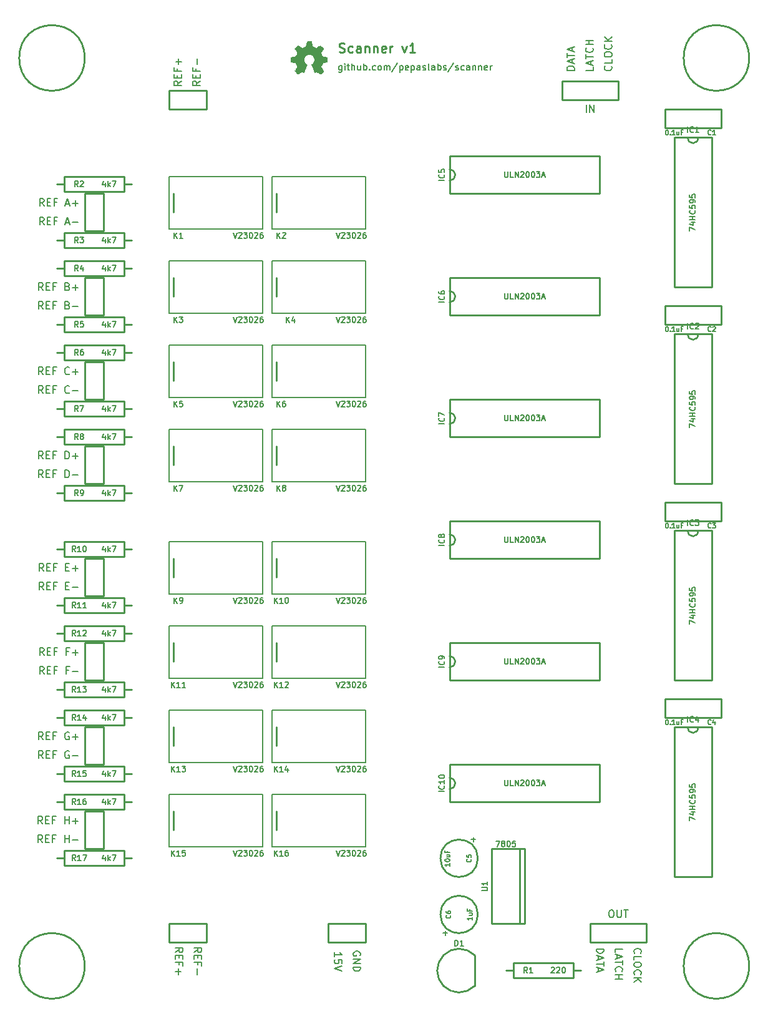
<source format=gto>
G04 (created by PCBNEW (2013-07-07 BZR 4022)-stable) date Mon 29 Aug 2022 01:34:01 AM CDT*
%MOIN*%
G04 Gerber Fmt 3.4, Leading zero omitted, Abs format*
%FSLAX34Y34*%
G01*
G70*
G90*
G04 APERTURE LIST*
%ADD10C,0.00590551*%
%ADD11C,0.007*%
%ADD12C,0.01*%
%ADD13C,0.008*%
%ADD14C,0.0001*%
%ADD15C,0.006*%
%ADD16C,0.005*%
G04 APERTURE END LIST*
G54D10*
G54D11*
X46233Y-19158D02*
X46233Y-19441D01*
X46216Y-19475D01*
X46200Y-19491D01*
X46166Y-19508D01*
X46116Y-19508D01*
X46083Y-19491D01*
X46233Y-19375D02*
X46200Y-19391D01*
X46133Y-19391D01*
X46100Y-19375D01*
X46083Y-19358D01*
X46066Y-19325D01*
X46066Y-19225D01*
X46083Y-19191D01*
X46100Y-19175D01*
X46133Y-19158D01*
X46200Y-19158D01*
X46233Y-19175D01*
X46400Y-19391D02*
X46400Y-19158D01*
X46400Y-19041D02*
X46383Y-19058D01*
X46400Y-19075D01*
X46416Y-19058D01*
X46400Y-19041D01*
X46400Y-19075D01*
X46516Y-19158D02*
X46649Y-19158D01*
X46566Y-19041D02*
X46566Y-19341D01*
X46583Y-19375D01*
X46616Y-19391D01*
X46649Y-19391D01*
X46766Y-19391D02*
X46766Y-19041D01*
X46916Y-19391D02*
X46916Y-19208D01*
X46899Y-19175D01*
X46866Y-19158D01*
X46816Y-19158D01*
X46783Y-19175D01*
X46766Y-19191D01*
X47233Y-19158D02*
X47233Y-19391D01*
X47083Y-19158D02*
X47083Y-19341D01*
X47099Y-19375D01*
X47133Y-19391D01*
X47183Y-19391D01*
X47216Y-19375D01*
X47233Y-19358D01*
X47399Y-19391D02*
X47399Y-19041D01*
X47399Y-19175D02*
X47433Y-19158D01*
X47499Y-19158D01*
X47533Y-19175D01*
X47549Y-19191D01*
X47566Y-19225D01*
X47566Y-19325D01*
X47549Y-19358D01*
X47533Y-19375D01*
X47499Y-19391D01*
X47433Y-19391D01*
X47399Y-19375D01*
X47716Y-19358D02*
X47733Y-19375D01*
X47716Y-19391D01*
X47699Y-19375D01*
X47716Y-19358D01*
X47716Y-19391D01*
X48033Y-19375D02*
X47999Y-19391D01*
X47933Y-19391D01*
X47899Y-19375D01*
X47883Y-19358D01*
X47866Y-19325D01*
X47866Y-19225D01*
X47883Y-19191D01*
X47899Y-19175D01*
X47933Y-19158D01*
X47999Y-19158D01*
X48033Y-19175D01*
X48233Y-19391D02*
X48199Y-19375D01*
X48183Y-19358D01*
X48166Y-19325D01*
X48166Y-19225D01*
X48183Y-19191D01*
X48199Y-19175D01*
X48233Y-19158D01*
X48283Y-19158D01*
X48316Y-19175D01*
X48333Y-19191D01*
X48349Y-19225D01*
X48349Y-19325D01*
X48333Y-19358D01*
X48316Y-19375D01*
X48283Y-19391D01*
X48233Y-19391D01*
X48499Y-19391D02*
X48499Y-19158D01*
X48499Y-19191D02*
X48516Y-19175D01*
X48549Y-19158D01*
X48599Y-19158D01*
X48633Y-19175D01*
X48649Y-19208D01*
X48649Y-19391D01*
X48649Y-19208D02*
X48666Y-19175D01*
X48699Y-19158D01*
X48749Y-19158D01*
X48783Y-19175D01*
X48799Y-19208D01*
X48799Y-19391D01*
X49216Y-19025D02*
X48916Y-19475D01*
X49333Y-19158D02*
X49333Y-19508D01*
X49333Y-19175D02*
X49366Y-19158D01*
X49433Y-19158D01*
X49466Y-19175D01*
X49483Y-19191D01*
X49499Y-19225D01*
X49499Y-19325D01*
X49483Y-19358D01*
X49466Y-19375D01*
X49433Y-19391D01*
X49366Y-19391D01*
X49333Y-19375D01*
X49783Y-19375D02*
X49749Y-19391D01*
X49683Y-19391D01*
X49649Y-19375D01*
X49633Y-19341D01*
X49633Y-19208D01*
X49649Y-19175D01*
X49683Y-19158D01*
X49749Y-19158D01*
X49783Y-19175D01*
X49799Y-19208D01*
X49799Y-19241D01*
X49633Y-19275D01*
X49949Y-19158D02*
X49949Y-19508D01*
X49949Y-19175D02*
X49983Y-19158D01*
X50049Y-19158D01*
X50083Y-19175D01*
X50099Y-19191D01*
X50116Y-19225D01*
X50116Y-19325D01*
X50099Y-19358D01*
X50083Y-19375D01*
X50049Y-19391D01*
X49983Y-19391D01*
X49949Y-19375D01*
X50416Y-19391D02*
X50416Y-19208D01*
X50399Y-19175D01*
X50366Y-19158D01*
X50299Y-19158D01*
X50266Y-19175D01*
X50416Y-19375D02*
X50383Y-19391D01*
X50299Y-19391D01*
X50266Y-19375D01*
X50249Y-19341D01*
X50249Y-19308D01*
X50266Y-19275D01*
X50299Y-19258D01*
X50383Y-19258D01*
X50416Y-19241D01*
X50566Y-19375D02*
X50599Y-19391D01*
X50666Y-19391D01*
X50699Y-19375D01*
X50716Y-19341D01*
X50716Y-19325D01*
X50699Y-19291D01*
X50666Y-19275D01*
X50616Y-19275D01*
X50583Y-19258D01*
X50566Y-19225D01*
X50566Y-19208D01*
X50583Y-19175D01*
X50616Y-19158D01*
X50666Y-19158D01*
X50699Y-19175D01*
X50916Y-19391D02*
X50883Y-19375D01*
X50866Y-19341D01*
X50866Y-19041D01*
X51199Y-19391D02*
X51199Y-19208D01*
X51183Y-19175D01*
X51149Y-19158D01*
X51083Y-19158D01*
X51049Y-19175D01*
X51199Y-19375D02*
X51166Y-19391D01*
X51083Y-19391D01*
X51049Y-19375D01*
X51033Y-19341D01*
X51033Y-19308D01*
X51049Y-19275D01*
X51083Y-19258D01*
X51166Y-19258D01*
X51199Y-19241D01*
X51366Y-19391D02*
X51366Y-19041D01*
X51366Y-19175D02*
X51399Y-19158D01*
X51466Y-19158D01*
X51499Y-19175D01*
X51516Y-19191D01*
X51533Y-19225D01*
X51533Y-19325D01*
X51516Y-19358D01*
X51499Y-19375D01*
X51466Y-19391D01*
X51399Y-19391D01*
X51366Y-19375D01*
X51666Y-19375D02*
X51699Y-19391D01*
X51766Y-19391D01*
X51799Y-19375D01*
X51816Y-19341D01*
X51816Y-19325D01*
X51799Y-19291D01*
X51766Y-19275D01*
X51716Y-19275D01*
X51683Y-19258D01*
X51666Y-19225D01*
X51666Y-19208D01*
X51683Y-19175D01*
X51716Y-19158D01*
X51766Y-19158D01*
X51799Y-19175D01*
X52216Y-19025D02*
X51916Y-19475D01*
X52316Y-19375D02*
X52349Y-19391D01*
X52416Y-19391D01*
X52449Y-19375D01*
X52466Y-19341D01*
X52466Y-19325D01*
X52449Y-19291D01*
X52416Y-19275D01*
X52366Y-19275D01*
X52333Y-19258D01*
X52316Y-19225D01*
X52316Y-19208D01*
X52333Y-19175D01*
X52366Y-19158D01*
X52416Y-19158D01*
X52449Y-19175D01*
X52766Y-19375D02*
X52733Y-19391D01*
X52666Y-19391D01*
X52633Y-19375D01*
X52616Y-19358D01*
X52599Y-19325D01*
X52599Y-19225D01*
X52616Y-19191D01*
X52633Y-19175D01*
X52666Y-19158D01*
X52733Y-19158D01*
X52766Y-19175D01*
X53066Y-19391D02*
X53066Y-19208D01*
X53049Y-19175D01*
X53016Y-19158D01*
X52949Y-19158D01*
X52916Y-19175D01*
X53066Y-19375D02*
X53033Y-19391D01*
X52949Y-19391D01*
X52916Y-19375D01*
X52899Y-19341D01*
X52899Y-19308D01*
X52916Y-19275D01*
X52949Y-19258D01*
X53033Y-19258D01*
X53066Y-19241D01*
X53233Y-19158D02*
X53233Y-19391D01*
X53233Y-19191D02*
X53249Y-19175D01*
X53283Y-19158D01*
X53333Y-19158D01*
X53366Y-19175D01*
X53383Y-19208D01*
X53383Y-19391D01*
X53549Y-19158D02*
X53549Y-19391D01*
X53549Y-19191D02*
X53566Y-19175D01*
X53599Y-19158D01*
X53649Y-19158D01*
X53683Y-19175D01*
X53699Y-19208D01*
X53699Y-19391D01*
X53999Y-19375D02*
X53966Y-19391D01*
X53899Y-19391D01*
X53866Y-19375D01*
X53849Y-19341D01*
X53849Y-19208D01*
X53866Y-19175D01*
X53899Y-19158D01*
X53966Y-19158D01*
X53999Y-19175D01*
X54016Y-19208D01*
X54016Y-19241D01*
X53849Y-19275D01*
X54166Y-19391D02*
X54166Y-19158D01*
X54166Y-19225D02*
X54183Y-19191D01*
X54199Y-19175D01*
X54233Y-19158D01*
X54266Y-19158D01*
G54D12*
X46095Y-18428D02*
X46166Y-18452D01*
X46285Y-18452D01*
X46333Y-18428D01*
X46357Y-18404D01*
X46380Y-18357D01*
X46380Y-18309D01*
X46357Y-18261D01*
X46333Y-18238D01*
X46285Y-18214D01*
X46190Y-18190D01*
X46142Y-18166D01*
X46119Y-18142D01*
X46095Y-18095D01*
X46095Y-18047D01*
X46119Y-18000D01*
X46142Y-17976D01*
X46190Y-17952D01*
X46309Y-17952D01*
X46380Y-17976D01*
X46809Y-18428D02*
X46761Y-18452D01*
X46666Y-18452D01*
X46619Y-18428D01*
X46595Y-18404D01*
X46571Y-18357D01*
X46571Y-18214D01*
X46595Y-18166D01*
X46619Y-18142D01*
X46666Y-18119D01*
X46761Y-18119D01*
X46809Y-18142D01*
X47238Y-18452D02*
X47238Y-18190D01*
X47214Y-18142D01*
X47166Y-18119D01*
X47071Y-18119D01*
X47023Y-18142D01*
X47238Y-18428D02*
X47190Y-18452D01*
X47071Y-18452D01*
X47023Y-18428D01*
X47000Y-18380D01*
X47000Y-18333D01*
X47023Y-18285D01*
X47071Y-18261D01*
X47190Y-18261D01*
X47238Y-18238D01*
X47476Y-18119D02*
X47476Y-18452D01*
X47476Y-18166D02*
X47500Y-18142D01*
X47547Y-18119D01*
X47619Y-18119D01*
X47666Y-18142D01*
X47690Y-18190D01*
X47690Y-18452D01*
X47928Y-18119D02*
X47928Y-18452D01*
X47928Y-18166D02*
X47952Y-18142D01*
X48000Y-18119D01*
X48071Y-18119D01*
X48119Y-18142D01*
X48142Y-18190D01*
X48142Y-18452D01*
X48571Y-18428D02*
X48523Y-18452D01*
X48428Y-18452D01*
X48380Y-18428D01*
X48357Y-18380D01*
X48357Y-18190D01*
X48380Y-18142D01*
X48428Y-18119D01*
X48523Y-18119D01*
X48571Y-18142D01*
X48595Y-18190D01*
X48595Y-18238D01*
X48357Y-18285D01*
X48809Y-18452D02*
X48809Y-18119D01*
X48809Y-18214D02*
X48833Y-18166D01*
X48857Y-18142D01*
X48904Y-18119D01*
X48952Y-18119D01*
X49452Y-18119D02*
X49571Y-18452D01*
X49690Y-18119D01*
X50142Y-18452D02*
X49857Y-18452D01*
X50000Y-18452D02*
X50000Y-17952D01*
X49952Y-18023D01*
X49904Y-18071D01*
X49857Y-18095D01*
G54D13*
X30250Y-60661D02*
X30116Y-60471D01*
X30021Y-60661D02*
X30021Y-60261D01*
X30173Y-60261D01*
X30211Y-60280D01*
X30230Y-60300D01*
X30250Y-60338D01*
X30250Y-60395D01*
X30230Y-60433D01*
X30211Y-60452D01*
X30173Y-60471D01*
X30021Y-60471D01*
X30421Y-60452D02*
X30554Y-60452D01*
X30611Y-60661D02*
X30421Y-60661D01*
X30421Y-60261D01*
X30611Y-60261D01*
X30916Y-60452D02*
X30783Y-60452D01*
X30783Y-60661D02*
X30783Y-60261D01*
X30973Y-60261D01*
X31430Y-60661D02*
X31430Y-60261D01*
X31430Y-60452D02*
X31659Y-60452D01*
X31659Y-60661D02*
X31659Y-60261D01*
X31850Y-60509D02*
X32154Y-60509D01*
X30250Y-59661D02*
X30116Y-59471D01*
X30021Y-59661D02*
X30021Y-59261D01*
X30173Y-59261D01*
X30211Y-59280D01*
X30230Y-59300D01*
X30250Y-59338D01*
X30250Y-59395D01*
X30230Y-59433D01*
X30211Y-59452D01*
X30173Y-59471D01*
X30021Y-59471D01*
X30421Y-59452D02*
X30554Y-59452D01*
X30611Y-59661D02*
X30421Y-59661D01*
X30421Y-59261D01*
X30611Y-59261D01*
X30916Y-59452D02*
X30783Y-59452D01*
X30783Y-59661D02*
X30783Y-59261D01*
X30973Y-59261D01*
X31430Y-59661D02*
X31430Y-59261D01*
X31430Y-59452D02*
X31659Y-59452D01*
X31659Y-59661D02*
X31659Y-59261D01*
X31850Y-59509D02*
X32154Y-59509D01*
X32002Y-59661D02*
X32002Y-59357D01*
X30269Y-56161D02*
X30135Y-55971D01*
X30040Y-56161D02*
X30040Y-55761D01*
X30192Y-55761D01*
X30230Y-55780D01*
X30250Y-55800D01*
X30269Y-55838D01*
X30269Y-55895D01*
X30250Y-55933D01*
X30230Y-55952D01*
X30192Y-55971D01*
X30040Y-55971D01*
X30440Y-55952D02*
X30573Y-55952D01*
X30630Y-56161D02*
X30440Y-56161D01*
X30440Y-55761D01*
X30630Y-55761D01*
X30935Y-55952D02*
X30802Y-55952D01*
X30802Y-56161D02*
X30802Y-55761D01*
X30992Y-55761D01*
X31659Y-55780D02*
X31621Y-55761D01*
X31564Y-55761D01*
X31507Y-55780D01*
X31469Y-55819D01*
X31450Y-55857D01*
X31430Y-55933D01*
X31430Y-55990D01*
X31450Y-56066D01*
X31469Y-56104D01*
X31507Y-56142D01*
X31564Y-56161D01*
X31602Y-56161D01*
X31659Y-56142D01*
X31678Y-56123D01*
X31678Y-55990D01*
X31602Y-55990D01*
X31850Y-56009D02*
X32154Y-56009D01*
X30269Y-55161D02*
X30135Y-54971D01*
X30040Y-55161D02*
X30040Y-54761D01*
X30192Y-54761D01*
X30230Y-54780D01*
X30250Y-54800D01*
X30269Y-54838D01*
X30269Y-54895D01*
X30250Y-54933D01*
X30230Y-54952D01*
X30192Y-54971D01*
X30040Y-54971D01*
X30440Y-54952D02*
X30573Y-54952D01*
X30630Y-55161D02*
X30440Y-55161D01*
X30440Y-54761D01*
X30630Y-54761D01*
X30935Y-54952D02*
X30802Y-54952D01*
X30802Y-55161D02*
X30802Y-54761D01*
X30992Y-54761D01*
X31659Y-54780D02*
X31621Y-54761D01*
X31564Y-54761D01*
X31507Y-54780D01*
X31469Y-54819D01*
X31450Y-54857D01*
X31430Y-54933D01*
X31430Y-54990D01*
X31450Y-55066D01*
X31469Y-55104D01*
X31507Y-55142D01*
X31564Y-55161D01*
X31602Y-55161D01*
X31659Y-55142D01*
X31678Y-55123D01*
X31678Y-54990D01*
X31602Y-54990D01*
X31850Y-55009D02*
X32154Y-55009D01*
X32002Y-55161D02*
X32002Y-54857D01*
X30326Y-51661D02*
X30192Y-51471D01*
X30097Y-51661D02*
X30097Y-51261D01*
X30250Y-51261D01*
X30288Y-51280D01*
X30307Y-51300D01*
X30326Y-51338D01*
X30326Y-51395D01*
X30307Y-51433D01*
X30288Y-51452D01*
X30250Y-51471D01*
X30097Y-51471D01*
X30497Y-51452D02*
X30630Y-51452D01*
X30688Y-51661D02*
X30497Y-51661D01*
X30497Y-51261D01*
X30688Y-51261D01*
X30992Y-51452D02*
X30859Y-51452D01*
X30859Y-51661D02*
X30859Y-51261D01*
X31050Y-51261D01*
X31640Y-51452D02*
X31507Y-51452D01*
X31507Y-51661D02*
X31507Y-51261D01*
X31697Y-51261D01*
X31850Y-51509D02*
X32154Y-51509D01*
X30326Y-50661D02*
X30192Y-50471D01*
X30097Y-50661D02*
X30097Y-50261D01*
X30250Y-50261D01*
X30288Y-50280D01*
X30307Y-50300D01*
X30326Y-50338D01*
X30326Y-50395D01*
X30307Y-50433D01*
X30288Y-50452D01*
X30250Y-50471D01*
X30097Y-50471D01*
X30497Y-50452D02*
X30630Y-50452D01*
X30688Y-50661D02*
X30497Y-50661D01*
X30497Y-50261D01*
X30688Y-50261D01*
X30992Y-50452D02*
X30859Y-50452D01*
X30859Y-50661D02*
X30859Y-50261D01*
X31050Y-50261D01*
X31640Y-50452D02*
X31507Y-50452D01*
X31507Y-50661D02*
X31507Y-50261D01*
X31697Y-50261D01*
X31850Y-50509D02*
X32154Y-50509D01*
X32002Y-50661D02*
X32002Y-50357D01*
X30307Y-47161D02*
X30173Y-46971D01*
X30078Y-47161D02*
X30078Y-46761D01*
X30230Y-46761D01*
X30269Y-46780D01*
X30288Y-46800D01*
X30307Y-46838D01*
X30307Y-46895D01*
X30288Y-46933D01*
X30269Y-46952D01*
X30230Y-46971D01*
X30078Y-46971D01*
X30478Y-46952D02*
X30611Y-46952D01*
X30669Y-47161D02*
X30478Y-47161D01*
X30478Y-46761D01*
X30669Y-46761D01*
X30973Y-46952D02*
X30840Y-46952D01*
X30840Y-47161D02*
X30840Y-46761D01*
X31030Y-46761D01*
X31488Y-46952D02*
X31621Y-46952D01*
X31678Y-47161D02*
X31488Y-47161D01*
X31488Y-46761D01*
X31678Y-46761D01*
X31850Y-47009D02*
X32154Y-47009D01*
X30307Y-46161D02*
X30173Y-45971D01*
X30078Y-46161D02*
X30078Y-45761D01*
X30230Y-45761D01*
X30269Y-45780D01*
X30288Y-45800D01*
X30307Y-45838D01*
X30307Y-45895D01*
X30288Y-45933D01*
X30269Y-45952D01*
X30230Y-45971D01*
X30078Y-45971D01*
X30478Y-45952D02*
X30611Y-45952D01*
X30669Y-46161D02*
X30478Y-46161D01*
X30478Y-45761D01*
X30669Y-45761D01*
X30973Y-45952D02*
X30840Y-45952D01*
X30840Y-46161D02*
X30840Y-45761D01*
X31030Y-45761D01*
X31488Y-45952D02*
X31621Y-45952D01*
X31678Y-46161D02*
X31488Y-46161D01*
X31488Y-45761D01*
X31678Y-45761D01*
X31850Y-46009D02*
X32154Y-46009D01*
X32002Y-46161D02*
X32002Y-45857D01*
X30269Y-41161D02*
X30135Y-40971D01*
X30040Y-41161D02*
X30040Y-40761D01*
X30192Y-40761D01*
X30230Y-40780D01*
X30250Y-40800D01*
X30269Y-40838D01*
X30269Y-40895D01*
X30250Y-40933D01*
X30230Y-40952D01*
X30192Y-40971D01*
X30040Y-40971D01*
X30440Y-40952D02*
X30573Y-40952D01*
X30630Y-41161D02*
X30440Y-41161D01*
X30440Y-40761D01*
X30630Y-40761D01*
X30935Y-40952D02*
X30802Y-40952D01*
X30802Y-41161D02*
X30802Y-40761D01*
X30992Y-40761D01*
X31450Y-41161D02*
X31450Y-40761D01*
X31545Y-40761D01*
X31602Y-40780D01*
X31640Y-40819D01*
X31659Y-40857D01*
X31678Y-40933D01*
X31678Y-40990D01*
X31659Y-41066D01*
X31640Y-41104D01*
X31602Y-41142D01*
X31545Y-41161D01*
X31450Y-41161D01*
X31850Y-41009D02*
X32154Y-41009D01*
X30269Y-40161D02*
X30135Y-39971D01*
X30040Y-40161D02*
X30040Y-39761D01*
X30192Y-39761D01*
X30230Y-39780D01*
X30250Y-39800D01*
X30269Y-39838D01*
X30269Y-39895D01*
X30250Y-39933D01*
X30230Y-39952D01*
X30192Y-39971D01*
X30040Y-39971D01*
X30440Y-39952D02*
X30573Y-39952D01*
X30630Y-40161D02*
X30440Y-40161D01*
X30440Y-39761D01*
X30630Y-39761D01*
X30935Y-39952D02*
X30802Y-39952D01*
X30802Y-40161D02*
X30802Y-39761D01*
X30992Y-39761D01*
X31450Y-40161D02*
X31450Y-39761D01*
X31545Y-39761D01*
X31602Y-39780D01*
X31640Y-39819D01*
X31659Y-39857D01*
X31678Y-39933D01*
X31678Y-39990D01*
X31659Y-40066D01*
X31640Y-40104D01*
X31602Y-40142D01*
X31545Y-40161D01*
X31450Y-40161D01*
X31850Y-40009D02*
X32154Y-40009D01*
X32002Y-40161D02*
X32002Y-39857D01*
X30269Y-36661D02*
X30135Y-36471D01*
X30040Y-36661D02*
X30040Y-36261D01*
X30192Y-36261D01*
X30230Y-36280D01*
X30250Y-36300D01*
X30269Y-36338D01*
X30269Y-36395D01*
X30250Y-36433D01*
X30230Y-36452D01*
X30192Y-36471D01*
X30040Y-36471D01*
X30440Y-36452D02*
X30573Y-36452D01*
X30630Y-36661D02*
X30440Y-36661D01*
X30440Y-36261D01*
X30630Y-36261D01*
X30935Y-36452D02*
X30802Y-36452D01*
X30802Y-36661D02*
X30802Y-36261D01*
X30992Y-36261D01*
X31678Y-36623D02*
X31659Y-36642D01*
X31602Y-36661D01*
X31564Y-36661D01*
X31507Y-36642D01*
X31469Y-36604D01*
X31450Y-36566D01*
X31430Y-36490D01*
X31430Y-36433D01*
X31450Y-36357D01*
X31469Y-36319D01*
X31507Y-36280D01*
X31564Y-36261D01*
X31602Y-36261D01*
X31659Y-36280D01*
X31678Y-36300D01*
X31850Y-36509D02*
X32154Y-36509D01*
X30269Y-35661D02*
X30135Y-35471D01*
X30040Y-35661D02*
X30040Y-35261D01*
X30192Y-35261D01*
X30230Y-35280D01*
X30250Y-35300D01*
X30269Y-35338D01*
X30269Y-35395D01*
X30250Y-35433D01*
X30230Y-35452D01*
X30192Y-35471D01*
X30040Y-35471D01*
X30440Y-35452D02*
X30573Y-35452D01*
X30630Y-35661D02*
X30440Y-35661D01*
X30440Y-35261D01*
X30630Y-35261D01*
X30935Y-35452D02*
X30802Y-35452D01*
X30802Y-35661D02*
X30802Y-35261D01*
X30992Y-35261D01*
X31678Y-35623D02*
X31659Y-35642D01*
X31602Y-35661D01*
X31564Y-35661D01*
X31507Y-35642D01*
X31469Y-35604D01*
X31450Y-35566D01*
X31430Y-35490D01*
X31430Y-35433D01*
X31450Y-35357D01*
X31469Y-35319D01*
X31507Y-35280D01*
X31564Y-35261D01*
X31602Y-35261D01*
X31659Y-35280D01*
X31678Y-35300D01*
X31850Y-35509D02*
X32154Y-35509D01*
X32002Y-35661D02*
X32002Y-35357D01*
X30269Y-32161D02*
X30135Y-31971D01*
X30040Y-32161D02*
X30040Y-31761D01*
X30192Y-31761D01*
X30230Y-31780D01*
X30250Y-31800D01*
X30269Y-31838D01*
X30269Y-31895D01*
X30250Y-31933D01*
X30230Y-31952D01*
X30192Y-31971D01*
X30040Y-31971D01*
X30440Y-31952D02*
X30573Y-31952D01*
X30630Y-32161D02*
X30440Y-32161D01*
X30440Y-31761D01*
X30630Y-31761D01*
X30935Y-31952D02*
X30802Y-31952D01*
X30802Y-32161D02*
X30802Y-31761D01*
X30992Y-31761D01*
X31583Y-31952D02*
X31640Y-31971D01*
X31659Y-31990D01*
X31678Y-32028D01*
X31678Y-32085D01*
X31659Y-32123D01*
X31640Y-32142D01*
X31602Y-32161D01*
X31450Y-32161D01*
X31450Y-31761D01*
X31583Y-31761D01*
X31621Y-31780D01*
X31640Y-31800D01*
X31659Y-31838D01*
X31659Y-31876D01*
X31640Y-31914D01*
X31621Y-31933D01*
X31583Y-31952D01*
X31450Y-31952D01*
X31850Y-32009D02*
X32154Y-32009D01*
X30269Y-31161D02*
X30135Y-30971D01*
X30040Y-31161D02*
X30040Y-30761D01*
X30192Y-30761D01*
X30230Y-30780D01*
X30250Y-30800D01*
X30269Y-30838D01*
X30269Y-30895D01*
X30250Y-30933D01*
X30230Y-30952D01*
X30192Y-30971D01*
X30040Y-30971D01*
X30440Y-30952D02*
X30573Y-30952D01*
X30630Y-31161D02*
X30440Y-31161D01*
X30440Y-30761D01*
X30630Y-30761D01*
X30935Y-30952D02*
X30802Y-30952D01*
X30802Y-31161D02*
X30802Y-30761D01*
X30992Y-30761D01*
X31583Y-30952D02*
X31640Y-30971D01*
X31659Y-30990D01*
X31678Y-31028D01*
X31678Y-31085D01*
X31659Y-31123D01*
X31640Y-31142D01*
X31602Y-31161D01*
X31450Y-31161D01*
X31450Y-30761D01*
X31583Y-30761D01*
X31621Y-30780D01*
X31640Y-30800D01*
X31659Y-30838D01*
X31659Y-30876D01*
X31640Y-30914D01*
X31621Y-30933D01*
X31583Y-30952D01*
X31450Y-30952D01*
X31850Y-31009D02*
X32154Y-31009D01*
X32002Y-31161D02*
X32002Y-30857D01*
X30326Y-27661D02*
X30192Y-27471D01*
X30097Y-27661D02*
X30097Y-27261D01*
X30250Y-27261D01*
X30288Y-27280D01*
X30307Y-27300D01*
X30326Y-27338D01*
X30326Y-27395D01*
X30307Y-27433D01*
X30288Y-27452D01*
X30250Y-27471D01*
X30097Y-27471D01*
X30497Y-27452D02*
X30630Y-27452D01*
X30688Y-27661D02*
X30497Y-27661D01*
X30497Y-27261D01*
X30688Y-27261D01*
X30992Y-27452D02*
X30859Y-27452D01*
X30859Y-27661D02*
X30859Y-27261D01*
X31050Y-27261D01*
X31488Y-27547D02*
X31678Y-27547D01*
X31450Y-27661D02*
X31583Y-27261D01*
X31716Y-27661D01*
X31850Y-27509D02*
X32154Y-27509D01*
X30326Y-26661D02*
X30192Y-26471D01*
X30097Y-26661D02*
X30097Y-26261D01*
X30250Y-26261D01*
X30288Y-26280D01*
X30307Y-26300D01*
X30326Y-26338D01*
X30326Y-26395D01*
X30307Y-26433D01*
X30288Y-26452D01*
X30250Y-26471D01*
X30097Y-26471D01*
X30497Y-26452D02*
X30630Y-26452D01*
X30688Y-26661D02*
X30497Y-26661D01*
X30497Y-26261D01*
X30688Y-26261D01*
X30992Y-26452D02*
X30859Y-26452D01*
X30859Y-26661D02*
X30859Y-26261D01*
X31050Y-26261D01*
X31488Y-26547D02*
X31678Y-26547D01*
X31450Y-26661D02*
X31583Y-26261D01*
X31716Y-26661D01*
X31850Y-26509D02*
X32154Y-26509D01*
X32002Y-26661D02*
X32002Y-26357D01*
X59290Y-21661D02*
X59290Y-21261D01*
X59480Y-21661D02*
X59480Y-21261D01*
X59709Y-21661D01*
X59709Y-21261D01*
X60623Y-19176D02*
X60642Y-19195D01*
X60661Y-19252D01*
X60661Y-19290D01*
X60642Y-19347D01*
X60604Y-19385D01*
X60566Y-19404D01*
X60490Y-19423D01*
X60433Y-19423D01*
X60357Y-19404D01*
X60319Y-19385D01*
X60280Y-19347D01*
X60261Y-19290D01*
X60261Y-19252D01*
X60280Y-19195D01*
X60300Y-19176D01*
X60661Y-18814D02*
X60661Y-19004D01*
X60261Y-19004D01*
X60261Y-18604D02*
X60261Y-18528D01*
X60280Y-18490D01*
X60319Y-18452D01*
X60395Y-18433D01*
X60528Y-18433D01*
X60604Y-18452D01*
X60642Y-18490D01*
X60661Y-18528D01*
X60661Y-18604D01*
X60642Y-18642D01*
X60604Y-18680D01*
X60528Y-18700D01*
X60395Y-18700D01*
X60319Y-18680D01*
X60280Y-18642D01*
X60261Y-18604D01*
X60623Y-18033D02*
X60642Y-18052D01*
X60661Y-18109D01*
X60661Y-18147D01*
X60642Y-18204D01*
X60604Y-18242D01*
X60566Y-18261D01*
X60490Y-18280D01*
X60433Y-18280D01*
X60357Y-18261D01*
X60319Y-18242D01*
X60280Y-18204D01*
X60261Y-18147D01*
X60261Y-18109D01*
X60280Y-18052D01*
X60300Y-18033D01*
X60661Y-17861D02*
X60261Y-17861D01*
X60661Y-17633D02*
X60433Y-17804D01*
X60261Y-17633D02*
X60490Y-17861D01*
X59661Y-19214D02*
X59661Y-19404D01*
X59261Y-19404D01*
X59547Y-19100D02*
X59547Y-18909D01*
X59661Y-19138D02*
X59261Y-19004D01*
X59661Y-18871D01*
X59261Y-18795D02*
X59261Y-18566D01*
X59661Y-18680D02*
X59261Y-18680D01*
X59623Y-18204D02*
X59642Y-18223D01*
X59661Y-18280D01*
X59661Y-18319D01*
X59642Y-18376D01*
X59604Y-18414D01*
X59566Y-18433D01*
X59490Y-18452D01*
X59433Y-18452D01*
X59357Y-18433D01*
X59319Y-18414D01*
X59280Y-18376D01*
X59261Y-18319D01*
X59261Y-18280D01*
X59280Y-18223D01*
X59300Y-18204D01*
X59661Y-18033D02*
X59261Y-18033D01*
X59452Y-18033D02*
X59452Y-17804D01*
X59661Y-17804D02*
X59261Y-17804D01*
X58661Y-19404D02*
X58261Y-19404D01*
X58261Y-19309D01*
X58280Y-19252D01*
X58319Y-19214D01*
X58357Y-19195D01*
X58433Y-19176D01*
X58490Y-19176D01*
X58566Y-19195D01*
X58604Y-19214D01*
X58642Y-19252D01*
X58661Y-19309D01*
X58661Y-19404D01*
X58547Y-19023D02*
X58547Y-18833D01*
X58661Y-19061D02*
X58261Y-18928D01*
X58661Y-18795D01*
X58261Y-18719D02*
X58261Y-18490D01*
X58661Y-18604D02*
X58261Y-18604D01*
X58547Y-18376D02*
X58547Y-18185D01*
X58661Y-18414D02*
X58261Y-18280D01*
X58661Y-18147D01*
X60600Y-64261D02*
X60676Y-64261D01*
X60714Y-64280D01*
X60752Y-64319D01*
X60771Y-64395D01*
X60771Y-64528D01*
X60752Y-64604D01*
X60714Y-64642D01*
X60676Y-64661D01*
X60600Y-64661D01*
X60561Y-64642D01*
X60523Y-64604D01*
X60504Y-64528D01*
X60504Y-64395D01*
X60523Y-64319D01*
X60561Y-64280D01*
X60600Y-64261D01*
X60942Y-64261D02*
X60942Y-64585D01*
X60961Y-64623D01*
X60980Y-64642D01*
X61019Y-64661D01*
X61095Y-64661D01*
X61133Y-64642D01*
X61152Y-64623D01*
X61171Y-64585D01*
X61171Y-64261D01*
X61304Y-64261D02*
X61533Y-64261D01*
X61419Y-64661D02*
X61419Y-64261D01*
X59838Y-66345D02*
X60238Y-66345D01*
X60238Y-66440D01*
X60219Y-66497D01*
X60180Y-66535D01*
X60142Y-66554D01*
X60066Y-66573D01*
X60009Y-66573D01*
X59933Y-66554D01*
X59895Y-66535D01*
X59857Y-66497D01*
X59838Y-66440D01*
X59838Y-66345D01*
X59952Y-66726D02*
X59952Y-66916D01*
X59838Y-66688D02*
X60238Y-66821D01*
X59838Y-66954D01*
X60238Y-67030D02*
X60238Y-67259D01*
X59838Y-67145D02*
X60238Y-67145D01*
X59952Y-67373D02*
X59952Y-67564D01*
X59838Y-67335D02*
X60238Y-67469D01*
X59838Y-67602D01*
X60838Y-66535D02*
X60838Y-66345D01*
X61238Y-66345D01*
X60952Y-66650D02*
X60952Y-66840D01*
X60838Y-66611D02*
X61238Y-66745D01*
X60838Y-66878D01*
X61238Y-66954D02*
X61238Y-67183D01*
X60838Y-67069D02*
X61238Y-67069D01*
X60876Y-67545D02*
X60857Y-67526D01*
X60838Y-67469D01*
X60838Y-67430D01*
X60857Y-67373D01*
X60895Y-67335D01*
X60933Y-67316D01*
X61009Y-67297D01*
X61066Y-67297D01*
X61142Y-67316D01*
X61180Y-67335D01*
X61219Y-67373D01*
X61238Y-67430D01*
X61238Y-67469D01*
X61219Y-67526D01*
X61200Y-67545D01*
X60838Y-67716D02*
X61238Y-67716D01*
X61047Y-67716D02*
X61047Y-67945D01*
X60838Y-67945D02*
X61238Y-67945D01*
X61876Y-66573D02*
X61857Y-66554D01*
X61838Y-66497D01*
X61838Y-66459D01*
X61857Y-66402D01*
X61895Y-66364D01*
X61933Y-66345D01*
X62009Y-66326D01*
X62066Y-66326D01*
X62142Y-66345D01*
X62180Y-66364D01*
X62219Y-66402D01*
X62238Y-66459D01*
X62238Y-66497D01*
X62219Y-66554D01*
X62200Y-66573D01*
X61838Y-66935D02*
X61838Y-66745D01*
X62238Y-66745D01*
X62238Y-67145D02*
X62238Y-67221D01*
X62219Y-67259D01*
X62180Y-67297D01*
X62104Y-67316D01*
X61971Y-67316D01*
X61895Y-67297D01*
X61857Y-67259D01*
X61838Y-67221D01*
X61838Y-67145D01*
X61857Y-67107D01*
X61895Y-67069D01*
X61971Y-67050D01*
X62104Y-67050D01*
X62180Y-67069D01*
X62219Y-67107D01*
X62238Y-67145D01*
X61876Y-67716D02*
X61857Y-67697D01*
X61838Y-67640D01*
X61838Y-67602D01*
X61857Y-67545D01*
X61895Y-67507D01*
X61933Y-67488D01*
X62009Y-67469D01*
X62066Y-67469D01*
X62142Y-67488D01*
X62180Y-67507D01*
X62219Y-67545D01*
X62238Y-67602D01*
X62238Y-67640D01*
X62219Y-67697D01*
X62200Y-67716D01*
X61838Y-67888D02*
X62238Y-67888D01*
X61838Y-68116D02*
X62066Y-67945D01*
X62238Y-68116D02*
X62009Y-67888D01*
X47219Y-66695D02*
X47238Y-66657D01*
X47238Y-66600D01*
X47219Y-66542D01*
X47180Y-66504D01*
X47142Y-66485D01*
X47066Y-66466D01*
X47009Y-66466D01*
X46933Y-66485D01*
X46895Y-66504D01*
X46857Y-66542D01*
X46838Y-66600D01*
X46838Y-66638D01*
X46857Y-66695D01*
X46876Y-66714D01*
X47009Y-66714D01*
X47009Y-66638D01*
X46838Y-66885D02*
X47238Y-66885D01*
X46838Y-67114D01*
X47238Y-67114D01*
X46838Y-67304D02*
X47238Y-67304D01*
X47238Y-67400D01*
X47219Y-67457D01*
X47180Y-67495D01*
X47142Y-67514D01*
X47066Y-67533D01*
X47009Y-67533D01*
X46933Y-67514D01*
X46895Y-67495D01*
X46857Y-67457D01*
X46838Y-67400D01*
X46838Y-67304D01*
X45838Y-66752D02*
X45838Y-66523D01*
X45838Y-66638D02*
X46238Y-66638D01*
X46180Y-66600D01*
X46142Y-66561D01*
X46123Y-66523D01*
X46238Y-67114D02*
X46238Y-66923D01*
X46047Y-66904D01*
X46066Y-66923D01*
X46085Y-66961D01*
X46085Y-67057D01*
X46066Y-67095D01*
X46047Y-67114D01*
X46009Y-67133D01*
X45914Y-67133D01*
X45876Y-67114D01*
X45857Y-67095D01*
X45838Y-67057D01*
X45838Y-66961D01*
X45857Y-66923D01*
X45876Y-66904D01*
X46238Y-67247D02*
X45838Y-67380D01*
X46238Y-67514D01*
X38338Y-66523D02*
X38528Y-66390D01*
X38338Y-66295D02*
X38738Y-66295D01*
X38738Y-66447D01*
X38719Y-66485D01*
X38700Y-66504D01*
X38661Y-66523D01*
X38604Y-66523D01*
X38566Y-66504D01*
X38547Y-66485D01*
X38528Y-66447D01*
X38528Y-66295D01*
X38547Y-66695D02*
X38547Y-66828D01*
X38338Y-66885D02*
X38338Y-66695D01*
X38738Y-66695D01*
X38738Y-66885D01*
X38547Y-67190D02*
X38547Y-67057D01*
X38338Y-67057D02*
X38738Y-67057D01*
X38738Y-67247D01*
X38490Y-67400D02*
X38490Y-67704D01*
X37338Y-66523D02*
X37528Y-66390D01*
X37338Y-66295D02*
X37738Y-66295D01*
X37738Y-66447D01*
X37719Y-66485D01*
X37700Y-66504D01*
X37661Y-66523D01*
X37604Y-66523D01*
X37566Y-66504D01*
X37547Y-66485D01*
X37528Y-66447D01*
X37528Y-66295D01*
X37547Y-66695D02*
X37547Y-66828D01*
X37338Y-66885D02*
X37338Y-66695D01*
X37738Y-66695D01*
X37738Y-66885D01*
X37547Y-67190D02*
X37547Y-67057D01*
X37338Y-67057D02*
X37738Y-67057D01*
X37738Y-67247D01*
X37490Y-67400D02*
X37490Y-67704D01*
X37338Y-67552D02*
X37642Y-67552D01*
X38661Y-19976D02*
X38471Y-20109D01*
X38661Y-20204D02*
X38261Y-20204D01*
X38261Y-20052D01*
X38280Y-20014D01*
X38300Y-19995D01*
X38338Y-19976D01*
X38395Y-19976D01*
X38433Y-19995D01*
X38452Y-20014D01*
X38471Y-20052D01*
X38471Y-20204D01*
X38452Y-19804D02*
X38452Y-19671D01*
X38661Y-19614D02*
X38661Y-19804D01*
X38261Y-19804D01*
X38261Y-19614D01*
X38452Y-19309D02*
X38452Y-19442D01*
X38661Y-19442D02*
X38261Y-19442D01*
X38261Y-19252D01*
X38509Y-19100D02*
X38509Y-18795D01*
X37661Y-19976D02*
X37471Y-20109D01*
X37661Y-20204D02*
X37261Y-20204D01*
X37261Y-20052D01*
X37280Y-20014D01*
X37300Y-19995D01*
X37338Y-19976D01*
X37395Y-19976D01*
X37433Y-19995D01*
X37452Y-20014D01*
X37471Y-20052D01*
X37471Y-20204D01*
X37452Y-19804D02*
X37452Y-19671D01*
X37661Y-19614D02*
X37661Y-19804D01*
X37261Y-19804D01*
X37261Y-19614D01*
X37452Y-19309D02*
X37452Y-19442D01*
X37661Y-19442D02*
X37261Y-19442D01*
X37261Y-19252D01*
X37509Y-19100D02*
X37509Y-18795D01*
X37661Y-18947D02*
X37357Y-18947D01*
G54D12*
X53326Y-66673D02*
X53326Y-68326D01*
X51673Y-68326D02*
G75*
G03X53326Y-68326I826J826D01*
G74*
G01*
X51673Y-66673D02*
G75*
G03X51673Y-68326I826J-826D01*
G74*
G01*
X53326Y-66673D02*
G75*
G03X51673Y-66673I-826J-826D01*
G74*
G01*
X53500Y-61500D02*
G75*
G03X53500Y-61500I-1000J0D01*
G74*
G01*
X53500Y-64500D02*
G75*
G03X53500Y-64500I-1000J0D01*
G74*
G01*
X52000Y-26000D02*
X60000Y-26000D01*
X52000Y-24000D02*
X60000Y-24000D01*
X52300Y-25000D02*
G75*
G03X52000Y-24700I-300J0D01*
G74*
G01*
X52000Y-25300D02*
G75*
G03X52300Y-25000I0J300D01*
G74*
G01*
X60000Y-24000D02*
X60000Y-26000D01*
X52000Y-26000D02*
X52000Y-24000D01*
X64000Y-54500D02*
X64000Y-62500D01*
X66000Y-54500D02*
X66000Y-62500D01*
X65000Y-54800D02*
G75*
G03X65300Y-54500I0J300D01*
G74*
G01*
X64700Y-54500D02*
G75*
G03X65000Y-54800I300J0D01*
G74*
G01*
X66000Y-62500D02*
X64000Y-62500D01*
X64000Y-54500D02*
X66000Y-54500D01*
X64000Y-44000D02*
X64000Y-52000D01*
X66000Y-44000D02*
X66000Y-52000D01*
X65000Y-44300D02*
G75*
G03X65300Y-44000I0J300D01*
G74*
G01*
X64700Y-44000D02*
G75*
G03X65000Y-44300I300J0D01*
G74*
G01*
X66000Y-52000D02*
X64000Y-52000D01*
X64000Y-44000D02*
X66000Y-44000D01*
X64000Y-33500D02*
X64000Y-41500D01*
X66000Y-33500D02*
X66000Y-41500D01*
X65000Y-33800D02*
G75*
G03X65300Y-33500I0J300D01*
G74*
G01*
X64700Y-33500D02*
G75*
G03X65000Y-33800I300J0D01*
G74*
G01*
X66000Y-41500D02*
X64000Y-41500D01*
X64000Y-33500D02*
X66000Y-33500D01*
X52000Y-58500D02*
X60000Y-58500D01*
X52000Y-56500D02*
X60000Y-56500D01*
X52300Y-57500D02*
G75*
G03X52000Y-57200I-300J0D01*
G74*
G01*
X52000Y-57800D02*
G75*
G03X52300Y-57500I0J300D01*
G74*
G01*
X60000Y-56500D02*
X60000Y-58500D01*
X52000Y-58500D02*
X52000Y-56500D01*
X52000Y-52000D02*
X60000Y-52000D01*
X52000Y-50000D02*
X60000Y-50000D01*
X52300Y-51000D02*
G75*
G03X52000Y-50700I-300J0D01*
G74*
G01*
X52000Y-51300D02*
G75*
G03X52300Y-51000I0J300D01*
G74*
G01*
X60000Y-50000D02*
X60000Y-52000D01*
X52000Y-52000D02*
X52000Y-50000D01*
X52000Y-45500D02*
X60000Y-45500D01*
X52000Y-43500D02*
X60000Y-43500D01*
X52300Y-44500D02*
G75*
G03X52000Y-44200I-300J0D01*
G74*
G01*
X52000Y-44800D02*
G75*
G03X52300Y-44500I0J300D01*
G74*
G01*
X60000Y-43500D02*
X60000Y-45500D01*
X52000Y-45500D02*
X52000Y-43500D01*
X52000Y-39000D02*
X60000Y-39000D01*
X52000Y-37000D02*
X60000Y-37000D01*
X52300Y-38000D02*
G75*
G03X52000Y-37700I-300J0D01*
G74*
G01*
X52000Y-38300D02*
G75*
G03X52300Y-38000I0J300D01*
G74*
G01*
X60000Y-37000D02*
X60000Y-39000D01*
X52000Y-39000D02*
X52000Y-37000D01*
X52000Y-32500D02*
X60000Y-32500D01*
X52000Y-30500D02*
X60000Y-30500D01*
X52300Y-31500D02*
G75*
G03X52000Y-31200I-300J0D01*
G74*
G01*
X52000Y-31800D02*
G75*
G03X52300Y-31500I0J300D01*
G74*
G01*
X60000Y-30500D02*
X60000Y-32500D01*
X52000Y-32500D02*
X52000Y-30500D01*
X64000Y-23000D02*
X64000Y-31000D01*
X66000Y-23000D02*
X66000Y-31000D01*
X65000Y-23300D02*
G75*
G03X65300Y-23000I0J300D01*
G74*
G01*
X64700Y-23000D02*
G75*
G03X65000Y-23300I300J0D01*
G74*
G01*
X66000Y-31000D02*
X64000Y-31000D01*
X64000Y-23000D02*
X66000Y-23000D01*
X63500Y-22500D02*
X63500Y-21500D01*
X66500Y-22500D02*
X66500Y-21500D01*
X66500Y-21500D02*
X63500Y-21500D01*
X66500Y-22500D02*
X63500Y-22500D01*
X63500Y-33000D02*
X63500Y-32000D01*
X66500Y-33000D02*
X66500Y-32000D01*
X66500Y-32000D02*
X63500Y-32000D01*
X66500Y-33000D02*
X63500Y-33000D01*
X63500Y-43500D02*
X63500Y-42500D01*
X66500Y-43500D02*
X66500Y-42500D01*
X66500Y-42500D02*
X63500Y-42500D01*
X66500Y-43500D02*
X63500Y-43500D01*
X63500Y-54000D02*
X63500Y-53000D01*
X66500Y-54000D02*
X66500Y-53000D01*
X66500Y-53000D02*
X63500Y-53000D01*
X66500Y-54000D02*
X63500Y-54000D01*
X55750Y-61000D02*
X56000Y-61000D01*
X56000Y-61000D02*
X56000Y-65000D01*
X56000Y-65000D02*
X55750Y-65000D01*
X54250Y-61000D02*
X55750Y-61000D01*
X55750Y-61000D02*
X55750Y-65000D01*
X55750Y-65000D02*
X54250Y-65000D01*
X54250Y-65000D02*
X54250Y-61000D01*
X45500Y-65000D02*
X47500Y-65000D01*
X47500Y-65000D02*
X47500Y-66000D01*
X47500Y-66000D02*
X45500Y-66000D01*
X45500Y-66000D02*
X45500Y-65000D01*
X33500Y-54500D02*
X33500Y-56500D01*
X33500Y-56500D02*
X32500Y-56500D01*
X32500Y-56500D02*
X32500Y-54500D01*
X32500Y-54500D02*
X33500Y-54500D01*
X33500Y-59000D02*
X33500Y-61000D01*
X33500Y-61000D02*
X32500Y-61000D01*
X32500Y-61000D02*
X32500Y-59000D01*
X32500Y-59000D02*
X33500Y-59000D01*
X33500Y-45500D02*
X33500Y-47500D01*
X33500Y-47500D02*
X32500Y-47500D01*
X32500Y-47500D02*
X32500Y-45500D01*
X32500Y-45500D02*
X33500Y-45500D01*
X33500Y-50000D02*
X33500Y-52000D01*
X33500Y-52000D02*
X32500Y-52000D01*
X32500Y-52000D02*
X32500Y-50000D01*
X32500Y-50000D02*
X33500Y-50000D01*
X33500Y-35000D02*
X33500Y-37000D01*
X33500Y-37000D02*
X32500Y-37000D01*
X32500Y-37000D02*
X32500Y-35000D01*
X32500Y-35000D02*
X33500Y-35000D01*
X33500Y-39500D02*
X33500Y-41500D01*
X33500Y-41500D02*
X32500Y-41500D01*
X32500Y-41500D02*
X32500Y-39500D01*
X32500Y-39500D02*
X33500Y-39500D01*
X33500Y-26000D02*
X33500Y-28000D01*
X33500Y-28000D02*
X32500Y-28000D01*
X32500Y-28000D02*
X32500Y-26000D01*
X32500Y-26000D02*
X33500Y-26000D01*
X33500Y-30500D02*
X33500Y-32500D01*
X33500Y-32500D02*
X32500Y-32500D01*
X32500Y-32500D02*
X32500Y-30500D01*
X32500Y-30500D02*
X33500Y-30500D01*
X37000Y-20500D02*
X39000Y-20500D01*
X39000Y-20500D02*
X39000Y-21500D01*
X39000Y-21500D02*
X37000Y-21500D01*
X37000Y-21500D02*
X37000Y-20500D01*
X55000Y-67500D02*
X55400Y-67500D01*
X55400Y-67500D02*
X55400Y-67100D01*
X55400Y-67100D02*
X58600Y-67100D01*
X58600Y-67100D02*
X58600Y-67900D01*
X58600Y-67900D02*
X55400Y-67900D01*
X55400Y-67900D02*
X55400Y-67500D01*
X59000Y-67500D02*
X58600Y-67500D01*
X59500Y-65000D02*
X62500Y-65000D01*
X62500Y-65000D02*
X62500Y-66000D01*
X62500Y-66000D02*
X59500Y-66000D01*
X59500Y-66000D02*
X59500Y-65000D01*
X58000Y-20000D02*
X61000Y-20000D01*
X61000Y-20000D02*
X61000Y-21000D01*
X61000Y-21000D02*
X58000Y-21000D01*
X58000Y-21000D02*
X58000Y-20000D01*
X32500Y-18750D02*
G75*
G03X32500Y-18750I-1750J0D01*
G74*
G01*
X68000Y-18750D02*
G75*
G03X68000Y-18750I-1750J0D01*
G74*
G01*
X68000Y-67250D02*
G75*
G03X68000Y-67250I-1750J0D01*
G74*
G01*
X32500Y-67250D02*
G75*
G03X32500Y-67250I-1750J0D01*
G74*
G01*
X37000Y-65000D02*
X39000Y-65000D01*
X39000Y-65000D02*
X39000Y-66000D01*
X39000Y-66000D02*
X37000Y-66000D01*
X37000Y-66000D02*
X37000Y-65000D01*
G54D14*
G36*
X43904Y-19634D02*
X43914Y-19628D01*
X43937Y-19614D01*
X43970Y-19592D01*
X44009Y-19566D01*
X44048Y-19540D01*
X44080Y-19519D01*
X44102Y-19504D01*
X44112Y-19499D01*
X44117Y-19501D01*
X44135Y-19510D01*
X44162Y-19524D01*
X44178Y-19532D01*
X44202Y-19542D01*
X44215Y-19545D01*
X44217Y-19541D01*
X44226Y-19522D01*
X44240Y-19490D01*
X44258Y-19447D01*
X44280Y-19397D01*
X44302Y-19344D01*
X44325Y-19289D01*
X44347Y-19236D01*
X44366Y-19189D01*
X44382Y-19151D01*
X44392Y-19124D01*
X44396Y-19113D01*
X44395Y-19110D01*
X44382Y-19098D01*
X44361Y-19082D01*
X44314Y-19044D01*
X44268Y-18987D01*
X44240Y-18922D01*
X44231Y-18849D01*
X44239Y-18782D01*
X44265Y-18718D01*
X44310Y-18660D01*
X44365Y-18617D01*
X44429Y-18590D01*
X44500Y-18581D01*
X44568Y-18589D01*
X44634Y-18615D01*
X44692Y-18659D01*
X44717Y-18687D01*
X44751Y-18746D01*
X44770Y-18808D01*
X44772Y-18824D01*
X44769Y-18893D01*
X44749Y-18960D01*
X44712Y-19019D01*
X44661Y-19068D01*
X44655Y-19072D01*
X44632Y-19090D01*
X44616Y-19102D01*
X44604Y-19112D01*
X44692Y-19324D01*
X44706Y-19357D01*
X44730Y-19415D01*
X44751Y-19465D01*
X44768Y-19505D01*
X44780Y-19531D01*
X44785Y-19542D01*
X44785Y-19543D01*
X44793Y-19544D01*
X44809Y-19538D01*
X44839Y-19524D01*
X44858Y-19514D01*
X44881Y-19503D01*
X44891Y-19499D01*
X44900Y-19504D01*
X44921Y-19518D01*
X44953Y-19539D01*
X44991Y-19564D01*
X45027Y-19589D01*
X45060Y-19611D01*
X45084Y-19626D01*
X45096Y-19633D01*
X45098Y-19633D01*
X45108Y-19627D01*
X45127Y-19611D01*
X45156Y-19584D01*
X45197Y-19543D01*
X45203Y-19537D01*
X45237Y-19503D01*
X45264Y-19474D01*
X45282Y-19454D01*
X45289Y-19445D01*
X45289Y-19445D01*
X45283Y-19433D01*
X45268Y-19409D01*
X45246Y-19375D01*
X45219Y-19336D01*
X45149Y-19234D01*
X45187Y-19138D01*
X45199Y-19108D01*
X45214Y-19073D01*
X45225Y-19047D01*
X45231Y-19036D01*
X45241Y-19032D01*
X45268Y-19026D01*
X45306Y-19018D01*
X45351Y-19010D01*
X45395Y-19002D01*
X45434Y-18994D01*
X45462Y-18989D01*
X45475Y-18986D01*
X45478Y-18984D01*
X45481Y-18978D01*
X45482Y-18965D01*
X45483Y-18941D01*
X45484Y-18904D01*
X45484Y-18849D01*
X45484Y-18843D01*
X45483Y-18792D01*
X45482Y-18750D01*
X45481Y-18724D01*
X45479Y-18713D01*
X45479Y-18713D01*
X45467Y-18710D01*
X45439Y-18704D01*
X45400Y-18697D01*
X45353Y-18688D01*
X45350Y-18687D01*
X45304Y-18678D01*
X45265Y-18670D01*
X45237Y-18664D01*
X45226Y-18660D01*
X45223Y-18657D01*
X45214Y-18639D01*
X45201Y-18610D01*
X45185Y-18575D01*
X45170Y-18538D01*
X45157Y-18505D01*
X45148Y-18481D01*
X45145Y-18470D01*
X45146Y-18469D01*
X45153Y-18458D01*
X45169Y-18434D01*
X45191Y-18401D01*
X45218Y-18361D01*
X45220Y-18358D01*
X45247Y-18319D01*
X45269Y-18285D01*
X45283Y-18262D01*
X45289Y-18251D01*
X45289Y-18250D01*
X45280Y-18238D01*
X45260Y-18216D01*
X45231Y-18186D01*
X45197Y-18151D01*
X45186Y-18141D01*
X45147Y-18103D01*
X45121Y-18079D01*
X45104Y-18066D01*
X45096Y-18063D01*
X45096Y-18063D01*
X45084Y-18070D01*
X45059Y-18086D01*
X45026Y-18109D01*
X44986Y-18136D01*
X44983Y-18138D01*
X44944Y-18165D01*
X44911Y-18187D01*
X44888Y-18203D01*
X44877Y-18209D01*
X44876Y-18209D01*
X44860Y-18204D01*
X44832Y-18194D01*
X44797Y-18181D01*
X44761Y-18166D01*
X44728Y-18152D01*
X44703Y-18141D01*
X44691Y-18134D01*
X44691Y-18134D01*
X44687Y-18120D01*
X44680Y-18090D01*
X44672Y-18050D01*
X44662Y-18002D01*
X44661Y-17994D01*
X44652Y-17947D01*
X44645Y-17908D01*
X44639Y-17881D01*
X44636Y-17870D01*
X44630Y-17869D01*
X44607Y-17867D01*
X44572Y-17866D01*
X44529Y-17866D01*
X44485Y-17866D01*
X44442Y-17867D01*
X44405Y-17868D01*
X44378Y-17870D01*
X44367Y-17872D01*
X44367Y-17873D01*
X44363Y-17888D01*
X44356Y-17917D01*
X44348Y-17958D01*
X44339Y-18006D01*
X44337Y-18015D01*
X44328Y-18061D01*
X44320Y-18100D01*
X44315Y-18126D01*
X44312Y-18137D01*
X44307Y-18139D01*
X44288Y-18147D01*
X44257Y-18160D01*
X44218Y-18176D01*
X44128Y-18212D01*
X44017Y-18137D01*
X44007Y-18130D01*
X43967Y-18103D01*
X43935Y-18081D01*
X43912Y-18066D01*
X43903Y-18061D01*
X43902Y-18061D01*
X43891Y-18071D01*
X43869Y-18092D01*
X43839Y-18121D01*
X43804Y-18155D01*
X43779Y-18181D01*
X43748Y-18212D01*
X43729Y-18233D01*
X43718Y-18246D01*
X43715Y-18254D01*
X43716Y-18260D01*
X43723Y-18271D01*
X43739Y-18295D01*
X43762Y-18329D01*
X43789Y-18368D01*
X43811Y-18401D01*
X43835Y-18438D01*
X43850Y-18464D01*
X43856Y-18477D01*
X43854Y-18482D01*
X43847Y-18504D01*
X43833Y-18537D01*
X43817Y-18576D01*
X43778Y-18663D01*
X43721Y-18674D01*
X43686Y-18681D01*
X43638Y-18690D01*
X43591Y-18699D01*
X43519Y-18713D01*
X43516Y-18979D01*
X43527Y-18984D01*
X43538Y-18987D01*
X43565Y-18993D01*
X43603Y-19001D01*
X43649Y-19009D01*
X43687Y-19016D01*
X43726Y-19024D01*
X43754Y-19029D01*
X43766Y-19032D01*
X43770Y-19036D01*
X43779Y-19055D01*
X43793Y-19085D01*
X43809Y-19121D01*
X43824Y-19158D01*
X43838Y-19193D01*
X43847Y-19219D01*
X43851Y-19232D01*
X43846Y-19243D01*
X43831Y-19266D01*
X43810Y-19298D01*
X43783Y-19337D01*
X43757Y-19375D01*
X43734Y-19408D01*
X43719Y-19432D01*
X43712Y-19443D01*
X43716Y-19450D01*
X43731Y-19469D01*
X43760Y-19499D01*
X43804Y-19542D01*
X43811Y-19549D01*
X43845Y-19582D01*
X43874Y-19609D01*
X43895Y-19627D01*
X43904Y-19634D01*
X43904Y-19634D01*
G37*
G54D12*
X37250Y-26000D02*
X37250Y-27000D01*
G54D10*
X37000Y-25100D02*
X42000Y-25100D01*
X42000Y-25100D02*
X42000Y-27900D01*
X42000Y-27900D02*
X37000Y-27900D01*
X37000Y-27900D02*
X37000Y-25100D01*
G54D12*
X42750Y-26000D02*
X42750Y-27000D01*
G54D10*
X42500Y-25100D02*
X47500Y-25100D01*
X47500Y-25100D02*
X47500Y-27900D01*
X47500Y-27900D02*
X42500Y-27900D01*
X42500Y-27900D02*
X42500Y-25100D01*
G54D12*
X37250Y-30500D02*
X37250Y-31500D01*
G54D10*
X37000Y-29600D02*
X42000Y-29600D01*
X42000Y-29600D02*
X42000Y-32400D01*
X42000Y-32400D02*
X37000Y-32400D01*
X37000Y-32400D02*
X37000Y-29600D01*
G54D12*
X42750Y-30500D02*
X42750Y-31500D01*
G54D10*
X42500Y-29600D02*
X47500Y-29600D01*
X47500Y-29600D02*
X47500Y-32400D01*
X47500Y-32400D02*
X42500Y-32400D01*
X42500Y-32400D02*
X42500Y-29600D01*
G54D12*
X37250Y-35000D02*
X37250Y-36000D01*
G54D10*
X37000Y-34100D02*
X42000Y-34100D01*
X42000Y-34100D02*
X42000Y-36900D01*
X42000Y-36900D02*
X37000Y-36900D01*
X37000Y-36900D02*
X37000Y-34100D01*
G54D12*
X42750Y-35000D02*
X42750Y-36000D01*
G54D10*
X42500Y-34100D02*
X47500Y-34100D01*
X47500Y-34100D02*
X47500Y-36900D01*
X47500Y-36900D02*
X42500Y-36900D01*
X42500Y-36900D02*
X42500Y-34100D01*
G54D12*
X37250Y-39500D02*
X37250Y-40500D01*
G54D10*
X37000Y-38600D02*
X42000Y-38600D01*
X42000Y-38600D02*
X42000Y-41400D01*
X42000Y-41400D02*
X37000Y-41400D01*
X37000Y-41400D02*
X37000Y-38600D01*
G54D12*
X42750Y-39500D02*
X42750Y-40500D01*
G54D10*
X42500Y-38600D02*
X47500Y-38600D01*
X47500Y-38600D02*
X47500Y-41400D01*
X47500Y-41400D02*
X42500Y-41400D01*
X42500Y-41400D02*
X42500Y-38600D01*
G54D12*
X37250Y-45500D02*
X37250Y-46500D01*
G54D10*
X37000Y-44600D02*
X42000Y-44600D01*
X42000Y-44600D02*
X42000Y-47400D01*
X42000Y-47400D02*
X37000Y-47400D01*
X37000Y-47400D02*
X37000Y-44600D01*
G54D12*
X42750Y-45500D02*
X42750Y-46500D01*
G54D10*
X42500Y-44600D02*
X47500Y-44600D01*
X47500Y-44600D02*
X47500Y-47400D01*
X47500Y-47400D02*
X42500Y-47400D01*
X42500Y-47400D02*
X42500Y-44600D01*
G54D12*
X37250Y-50000D02*
X37250Y-51000D01*
G54D10*
X37000Y-49100D02*
X42000Y-49100D01*
X42000Y-49100D02*
X42000Y-51900D01*
X42000Y-51900D02*
X37000Y-51900D01*
X37000Y-51900D02*
X37000Y-49100D01*
G54D12*
X42750Y-50000D02*
X42750Y-51000D01*
G54D10*
X42500Y-49100D02*
X47500Y-49100D01*
X47500Y-49100D02*
X47500Y-51900D01*
X47500Y-51900D02*
X42500Y-51900D01*
X42500Y-51900D02*
X42500Y-49100D01*
G54D12*
X37250Y-54500D02*
X37250Y-55500D01*
G54D10*
X37000Y-53600D02*
X42000Y-53600D01*
X42000Y-53600D02*
X42000Y-56400D01*
X42000Y-56400D02*
X37000Y-56400D01*
X37000Y-56400D02*
X37000Y-53600D01*
G54D12*
X42750Y-54500D02*
X42750Y-55500D01*
G54D10*
X42500Y-53600D02*
X47500Y-53600D01*
X47500Y-53600D02*
X47500Y-56400D01*
X47500Y-56400D02*
X42500Y-56400D01*
X42500Y-56400D02*
X42500Y-53600D01*
G54D12*
X37250Y-59000D02*
X37250Y-60000D01*
G54D10*
X37000Y-58100D02*
X42000Y-58100D01*
X42000Y-58100D02*
X42000Y-60900D01*
X42000Y-60900D02*
X37000Y-60900D01*
X37000Y-60900D02*
X37000Y-58100D01*
G54D12*
X42750Y-59000D02*
X42750Y-60000D01*
G54D10*
X42500Y-58100D02*
X47500Y-58100D01*
X47500Y-58100D02*
X47500Y-60900D01*
X47500Y-60900D02*
X42500Y-60900D01*
X42500Y-60900D02*
X42500Y-58100D01*
G54D12*
X31000Y-25500D02*
X31400Y-25500D01*
X31400Y-25500D02*
X31400Y-25100D01*
X31400Y-25100D02*
X34600Y-25100D01*
X34600Y-25100D02*
X34600Y-25900D01*
X34600Y-25900D02*
X31400Y-25900D01*
X31400Y-25900D02*
X31400Y-25500D01*
X35000Y-25500D02*
X34600Y-25500D01*
X31000Y-28500D02*
X31400Y-28500D01*
X31400Y-28500D02*
X31400Y-28100D01*
X31400Y-28100D02*
X34600Y-28100D01*
X34600Y-28100D02*
X34600Y-28900D01*
X34600Y-28900D02*
X31400Y-28900D01*
X31400Y-28900D02*
X31400Y-28500D01*
X35000Y-28500D02*
X34600Y-28500D01*
X31000Y-30000D02*
X31400Y-30000D01*
X31400Y-30000D02*
X31400Y-29600D01*
X31400Y-29600D02*
X34600Y-29600D01*
X34600Y-29600D02*
X34600Y-30400D01*
X34600Y-30400D02*
X31400Y-30400D01*
X31400Y-30400D02*
X31400Y-30000D01*
X35000Y-30000D02*
X34600Y-30000D01*
X31000Y-33000D02*
X31400Y-33000D01*
X31400Y-33000D02*
X31400Y-32600D01*
X31400Y-32600D02*
X34600Y-32600D01*
X34600Y-32600D02*
X34600Y-33400D01*
X34600Y-33400D02*
X31400Y-33400D01*
X31400Y-33400D02*
X31400Y-33000D01*
X35000Y-33000D02*
X34600Y-33000D01*
X31000Y-34500D02*
X31400Y-34500D01*
X31400Y-34500D02*
X31400Y-34100D01*
X31400Y-34100D02*
X34600Y-34100D01*
X34600Y-34100D02*
X34600Y-34900D01*
X34600Y-34900D02*
X31400Y-34900D01*
X31400Y-34900D02*
X31400Y-34500D01*
X35000Y-34500D02*
X34600Y-34500D01*
X31000Y-37500D02*
X31400Y-37500D01*
X31400Y-37500D02*
X31400Y-37100D01*
X31400Y-37100D02*
X34600Y-37100D01*
X34600Y-37100D02*
X34600Y-37900D01*
X34600Y-37900D02*
X31400Y-37900D01*
X31400Y-37900D02*
X31400Y-37500D01*
X35000Y-37500D02*
X34600Y-37500D01*
X31000Y-39000D02*
X31400Y-39000D01*
X31400Y-39000D02*
X31400Y-38600D01*
X31400Y-38600D02*
X34600Y-38600D01*
X34600Y-38600D02*
X34600Y-39400D01*
X34600Y-39400D02*
X31400Y-39400D01*
X31400Y-39400D02*
X31400Y-39000D01*
X35000Y-39000D02*
X34600Y-39000D01*
X31000Y-42000D02*
X31400Y-42000D01*
X31400Y-42000D02*
X31400Y-41600D01*
X31400Y-41600D02*
X34600Y-41600D01*
X34600Y-41600D02*
X34600Y-42400D01*
X34600Y-42400D02*
X31400Y-42400D01*
X31400Y-42400D02*
X31400Y-42000D01*
X35000Y-42000D02*
X34600Y-42000D01*
X31000Y-45000D02*
X31400Y-45000D01*
X31400Y-45000D02*
X31400Y-44600D01*
X31400Y-44600D02*
X34600Y-44600D01*
X34600Y-44600D02*
X34600Y-45400D01*
X34600Y-45400D02*
X31400Y-45400D01*
X31400Y-45400D02*
X31400Y-45000D01*
X35000Y-45000D02*
X34600Y-45000D01*
X31000Y-48000D02*
X31400Y-48000D01*
X31400Y-48000D02*
X31400Y-47600D01*
X31400Y-47600D02*
X34600Y-47600D01*
X34600Y-47600D02*
X34600Y-48400D01*
X34600Y-48400D02*
X31400Y-48400D01*
X31400Y-48400D02*
X31400Y-48000D01*
X35000Y-48000D02*
X34600Y-48000D01*
X31000Y-49500D02*
X31400Y-49500D01*
X31400Y-49500D02*
X31400Y-49100D01*
X31400Y-49100D02*
X34600Y-49100D01*
X34600Y-49100D02*
X34600Y-49900D01*
X34600Y-49900D02*
X31400Y-49900D01*
X31400Y-49900D02*
X31400Y-49500D01*
X35000Y-49500D02*
X34600Y-49500D01*
X31000Y-52500D02*
X31400Y-52500D01*
X31400Y-52500D02*
X31400Y-52100D01*
X31400Y-52100D02*
X34600Y-52100D01*
X34600Y-52100D02*
X34600Y-52900D01*
X34600Y-52900D02*
X31400Y-52900D01*
X31400Y-52900D02*
X31400Y-52500D01*
X35000Y-52500D02*
X34600Y-52500D01*
X31000Y-54000D02*
X31400Y-54000D01*
X31400Y-54000D02*
X31400Y-53600D01*
X31400Y-53600D02*
X34600Y-53600D01*
X34600Y-53600D02*
X34600Y-54400D01*
X34600Y-54400D02*
X31400Y-54400D01*
X31400Y-54400D02*
X31400Y-54000D01*
X35000Y-54000D02*
X34600Y-54000D01*
X31000Y-57000D02*
X31400Y-57000D01*
X31400Y-57000D02*
X31400Y-56600D01*
X31400Y-56600D02*
X34600Y-56600D01*
X34600Y-56600D02*
X34600Y-57400D01*
X34600Y-57400D02*
X31400Y-57400D01*
X31400Y-57400D02*
X31400Y-57000D01*
X35000Y-57000D02*
X34600Y-57000D01*
X31000Y-58500D02*
X31400Y-58500D01*
X31400Y-58500D02*
X31400Y-58100D01*
X31400Y-58100D02*
X34600Y-58100D01*
X34600Y-58100D02*
X34600Y-58900D01*
X34600Y-58900D02*
X31400Y-58900D01*
X31400Y-58900D02*
X31400Y-58500D01*
X35000Y-58500D02*
X34600Y-58500D01*
X31000Y-61500D02*
X31400Y-61500D01*
X31400Y-61500D02*
X31400Y-61100D01*
X31400Y-61100D02*
X34600Y-61100D01*
X34600Y-61100D02*
X34600Y-61900D01*
X34600Y-61900D02*
X31400Y-61900D01*
X31400Y-61900D02*
X31400Y-61500D01*
X35000Y-61500D02*
X34600Y-61500D01*
G54D15*
X52278Y-66171D02*
X52278Y-65871D01*
X52350Y-65871D01*
X52392Y-65885D01*
X52421Y-65914D01*
X52435Y-65942D01*
X52450Y-66000D01*
X52450Y-66042D01*
X52435Y-66100D01*
X52421Y-66128D01*
X52392Y-66157D01*
X52350Y-66171D01*
X52278Y-66171D01*
X52735Y-66171D02*
X52564Y-66171D01*
X52650Y-66171D02*
X52650Y-65871D01*
X52621Y-65914D01*
X52592Y-65942D01*
X52564Y-65957D01*
G54D16*
X53127Y-61541D02*
X53139Y-61553D01*
X53151Y-61589D01*
X53151Y-61613D01*
X53139Y-61648D01*
X53115Y-61672D01*
X53091Y-61684D01*
X53044Y-61696D01*
X53008Y-61696D01*
X52960Y-61684D01*
X52936Y-61672D01*
X52913Y-61648D01*
X52901Y-61613D01*
X52901Y-61589D01*
X52913Y-61553D01*
X52925Y-61541D01*
X52901Y-61315D02*
X52901Y-61434D01*
X53020Y-61446D01*
X53008Y-61434D01*
X52996Y-61410D01*
X52996Y-61351D01*
X53008Y-61327D01*
X53020Y-61315D01*
X53044Y-61303D01*
X53103Y-61303D01*
X53127Y-61315D01*
X53139Y-61327D01*
X53151Y-61351D01*
X53151Y-61410D01*
X53139Y-61434D01*
X53127Y-61446D01*
X52001Y-61767D02*
X52001Y-61910D01*
X52001Y-61839D02*
X51751Y-61839D01*
X51786Y-61863D01*
X51810Y-61886D01*
X51822Y-61910D01*
X51751Y-61613D02*
X51751Y-61589D01*
X51763Y-61565D01*
X51775Y-61553D01*
X51798Y-61541D01*
X51846Y-61529D01*
X51905Y-61529D01*
X51953Y-61541D01*
X51977Y-61553D01*
X51989Y-61565D01*
X52001Y-61589D01*
X52001Y-61613D01*
X51989Y-61636D01*
X51977Y-61648D01*
X51953Y-61660D01*
X51905Y-61672D01*
X51846Y-61672D01*
X51798Y-61660D01*
X51775Y-61648D01*
X51763Y-61636D01*
X51751Y-61613D01*
X51834Y-61315D02*
X52001Y-61315D01*
X51834Y-61422D02*
X51965Y-61422D01*
X51989Y-61410D01*
X52001Y-61386D01*
X52001Y-61351D01*
X51989Y-61327D01*
X51977Y-61315D01*
X51870Y-61113D02*
X51870Y-61196D01*
X52001Y-61196D02*
X51751Y-61196D01*
X51751Y-61077D01*
G54D15*
X53257Y-60614D02*
X53257Y-60385D01*
X53371Y-60500D02*
X53142Y-60500D01*
G54D16*
X52027Y-64541D02*
X52039Y-64553D01*
X52051Y-64589D01*
X52051Y-64613D01*
X52039Y-64648D01*
X52015Y-64672D01*
X51991Y-64684D01*
X51944Y-64696D01*
X51908Y-64696D01*
X51860Y-64684D01*
X51836Y-64672D01*
X51813Y-64648D01*
X51801Y-64613D01*
X51801Y-64589D01*
X51813Y-64553D01*
X51825Y-64541D01*
X51801Y-64327D02*
X51801Y-64375D01*
X51813Y-64398D01*
X51825Y-64410D01*
X51860Y-64434D01*
X51908Y-64446D01*
X52003Y-64446D01*
X52027Y-64434D01*
X52039Y-64422D01*
X52051Y-64398D01*
X52051Y-64351D01*
X52039Y-64327D01*
X52027Y-64315D01*
X52003Y-64303D01*
X51944Y-64303D01*
X51920Y-64315D01*
X51908Y-64327D01*
X51896Y-64351D01*
X51896Y-64398D01*
X51908Y-64422D01*
X51920Y-64434D01*
X51944Y-64446D01*
X53201Y-64648D02*
X53201Y-64791D01*
X53201Y-64720D02*
X52951Y-64720D01*
X52986Y-64744D01*
X53010Y-64767D01*
X53022Y-64791D01*
X53034Y-64434D02*
X53201Y-64434D01*
X53034Y-64541D02*
X53165Y-64541D01*
X53189Y-64529D01*
X53201Y-64505D01*
X53201Y-64470D01*
X53189Y-64446D01*
X53177Y-64434D01*
X53070Y-64232D02*
X53070Y-64315D01*
X53201Y-64315D02*
X52951Y-64315D01*
X52951Y-64196D01*
G54D15*
X51757Y-65614D02*
X51757Y-65385D01*
X51871Y-65500D02*
X51642Y-65500D01*
X51721Y-25292D02*
X51421Y-25292D01*
X51692Y-24978D02*
X51707Y-24992D01*
X51721Y-25035D01*
X51721Y-25064D01*
X51707Y-25107D01*
X51678Y-25135D01*
X51650Y-25149D01*
X51592Y-25164D01*
X51550Y-25164D01*
X51492Y-25149D01*
X51464Y-25135D01*
X51435Y-25107D01*
X51421Y-25064D01*
X51421Y-25035D01*
X51435Y-24992D01*
X51450Y-24978D01*
X51421Y-24707D02*
X51421Y-24849D01*
X51564Y-24864D01*
X51550Y-24849D01*
X51535Y-24821D01*
X51535Y-24749D01*
X51550Y-24721D01*
X51564Y-24707D01*
X51592Y-24692D01*
X51664Y-24692D01*
X51692Y-24707D01*
X51707Y-24721D01*
X51721Y-24749D01*
X51721Y-24821D01*
X51707Y-24849D01*
X51692Y-24864D01*
X54935Y-24821D02*
X54935Y-25064D01*
X54950Y-25092D01*
X54964Y-25107D01*
X54992Y-25121D01*
X55050Y-25121D01*
X55078Y-25107D01*
X55092Y-25092D01*
X55107Y-25064D01*
X55107Y-24821D01*
X55392Y-25121D02*
X55250Y-25121D01*
X55250Y-24821D01*
X55492Y-25121D02*
X55492Y-24821D01*
X55664Y-25121D01*
X55664Y-24821D01*
X55792Y-24850D02*
X55807Y-24835D01*
X55835Y-24821D01*
X55907Y-24821D01*
X55935Y-24835D01*
X55950Y-24850D01*
X55964Y-24878D01*
X55964Y-24907D01*
X55950Y-24950D01*
X55778Y-25121D01*
X55964Y-25121D01*
X56150Y-24821D02*
X56178Y-24821D01*
X56207Y-24835D01*
X56221Y-24850D01*
X56235Y-24878D01*
X56250Y-24935D01*
X56250Y-25007D01*
X56235Y-25064D01*
X56221Y-25092D01*
X56207Y-25107D01*
X56178Y-25121D01*
X56150Y-25121D01*
X56121Y-25107D01*
X56107Y-25092D01*
X56092Y-25064D01*
X56078Y-25007D01*
X56078Y-24935D01*
X56092Y-24878D01*
X56107Y-24850D01*
X56121Y-24835D01*
X56150Y-24821D01*
X56435Y-24821D02*
X56464Y-24821D01*
X56492Y-24835D01*
X56507Y-24850D01*
X56521Y-24878D01*
X56535Y-24935D01*
X56535Y-25007D01*
X56521Y-25064D01*
X56507Y-25092D01*
X56492Y-25107D01*
X56464Y-25121D01*
X56435Y-25121D01*
X56407Y-25107D01*
X56392Y-25092D01*
X56378Y-25064D01*
X56364Y-25007D01*
X56364Y-24935D01*
X56378Y-24878D01*
X56392Y-24850D01*
X56407Y-24835D01*
X56435Y-24821D01*
X56635Y-24821D02*
X56821Y-24821D01*
X56721Y-24935D01*
X56764Y-24935D01*
X56792Y-24950D01*
X56807Y-24964D01*
X56821Y-24992D01*
X56821Y-25064D01*
X56807Y-25092D01*
X56792Y-25107D01*
X56764Y-25121D01*
X56678Y-25121D01*
X56650Y-25107D01*
X56635Y-25092D01*
X56935Y-25035D02*
X57078Y-25035D01*
X56907Y-25121D02*
X57007Y-24821D01*
X57107Y-25121D01*
X64707Y-54221D02*
X64707Y-53921D01*
X65021Y-54192D02*
X65007Y-54207D01*
X64964Y-54221D01*
X64935Y-54221D01*
X64892Y-54207D01*
X64864Y-54178D01*
X64850Y-54150D01*
X64835Y-54092D01*
X64835Y-54050D01*
X64850Y-53992D01*
X64864Y-53964D01*
X64892Y-53935D01*
X64935Y-53921D01*
X64964Y-53921D01*
X65007Y-53935D01*
X65021Y-53950D01*
X65278Y-54021D02*
X65278Y-54221D01*
X65207Y-53907D02*
X65135Y-54121D01*
X65321Y-54121D01*
X64821Y-59478D02*
X64821Y-59278D01*
X65121Y-59407D01*
X64921Y-59035D02*
X65121Y-59035D01*
X64807Y-59107D02*
X65021Y-59178D01*
X65021Y-58992D01*
X65121Y-58878D02*
X64821Y-58878D01*
X64964Y-58878D02*
X64964Y-58707D01*
X65121Y-58707D02*
X64821Y-58707D01*
X65092Y-58392D02*
X65107Y-58407D01*
X65121Y-58450D01*
X65121Y-58478D01*
X65107Y-58521D01*
X65078Y-58550D01*
X65050Y-58564D01*
X64992Y-58578D01*
X64950Y-58578D01*
X64892Y-58564D01*
X64864Y-58550D01*
X64835Y-58521D01*
X64821Y-58478D01*
X64821Y-58450D01*
X64835Y-58407D01*
X64850Y-58392D01*
X64821Y-58121D02*
X64821Y-58264D01*
X64964Y-58278D01*
X64950Y-58264D01*
X64935Y-58235D01*
X64935Y-58164D01*
X64950Y-58135D01*
X64964Y-58121D01*
X64992Y-58107D01*
X65064Y-58107D01*
X65092Y-58121D01*
X65107Y-58135D01*
X65121Y-58164D01*
X65121Y-58235D01*
X65107Y-58264D01*
X65092Y-58278D01*
X65121Y-57964D02*
X65121Y-57907D01*
X65107Y-57878D01*
X65092Y-57864D01*
X65050Y-57835D01*
X64992Y-57821D01*
X64878Y-57821D01*
X64850Y-57835D01*
X64835Y-57850D01*
X64821Y-57878D01*
X64821Y-57935D01*
X64835Y-57964D01*
X64850Y-57978D01*
X64878Y-57992D01*
X64950Y-57992D01*
X64978Y-57978D01*
X64992Y-57964D01*
X65007Y-57935D01*
X65007Y-57878D01*
X64992Y-57850D01*
X64978Y-57835D01*
X64950Y-57821D01*
X64821Y-57550D02*
X64821Y-57692D01*
X64964Y-57707D01*
X64950Y-57692D01*
X64935Y-57664D01*
X64935Y-57592D01*
X64950Y-57564D01*
X64964Y-57550D01*
X64992Y-57535D01*
X65064Y-57535D01*
X65092Y-57550D01*
X65107Y-57564D01*
X65121Y-57592D01*
X65121Y-57664D01*
X65107Y-57692D01*
X65092Y-57707D01*
X64707Y-43721D02*
X64707Y-43421D01*
X65021Y-43692D02*
X65007Y-43707D01*
X64964Y-43721D01*
X64935Y-43721D01*
X64892Y-43707D01*
X64864Y-43678D01*
X64850Y-43650D01*
X64835Y-43592D01*
X64835Y-43550D01*
X64850Y-43492D01*
X64864Y-43464D01*
X64892Y-43435D01*
X64935Y-43421D01*
X64964Y-43421D01*
X65007Y-43435D01*
X65021Y-43450D01*
X65121Y-43421D02*
X65307Y-43421D01*
X65207Y-43535D01*
X65250Y-43535D01*
X65278Y-43550D01*
X65292Y-43564D01*
X65307Y-43592D01*
X65307Y-43664D01*
X65292Y-43692D01*
X65278Y-43707D01*
X65250Y-43721D01*
X65164Y-43721D01*
X65135Y-43707D01*
X65121Y-43692D01*
X64821Y-48978D02*
X64821Y-48778D01*
X65121Y-48907D01*
X64921Y-48535D02*
X65121Y-48535D01*
X64807Y-48607D02*
X65021Y-48678D01*
X65021Y-48492D01*
X65121Y-48378D02*
X64821Y-48378D01*
X64964Y-48378D02*
X64964Y-48207D01*
X65121Y-48207D02*
X64821Y-48207D01*
X65092Y-47892D02*
X65107Y-47907D01*
X65121Y-47950D01*
X65121Y-47978D01*
X65107Y-48021D01*
X65078Y-48050D01*
X65050Y-48064D01*
X64992Y-48078D01*
X64950Y-48078D01*
X64892Y-48064D01*
X64864Y-48050D01*
X64835Y-48021D01*
X64821Y-47978D01*
X64821Y-47950D01*
X64835Y-47907D01*
X64850Y-47892D01*
X64821Y-47621D02*
X64821Y-47764D01*
X64964Y-47778D01*
X64950Y-47764D01*
X64935Y-47735D01*
X64935Y-47664D01*
X64950Y-47635D01*
X64964Y-47621D01*
X64992Y-47607D01*
X65064Y-47607D01*
X65092Y-47621D01*
X65107Y-47635D01*
X65121Y-47664D01*
X65121Y-47735D01*
X65107Y-47764D01*
X65092Y-47778D01*
X65121Y-47464D02*
X65121Y-47407D01*
X65107Y-47378D01*
X65092Y-47364D01*
X65050Y-47335D01*
X64992Y-47321D01*
X64878Y-47321D01*
X64850Y-47335D01*
X64835Y-47350D01*
X64821Y-47378D01*
X64821Y-47435D01*
X64835Y-47464D01*
X64850Y-47478D01*
X64878Y-47492D01*
X64950Y-47492D01*
X64978Y-47478D01*
X64992Y-47464D01*
X65007Y-47435D01*
X65007Y-47378D01*
X64992Y-47350D01*
X64978Y-47335D01*
X64950Y-47321D01*
X64821Y-47050D02*
X64821Y-47192D01*
X64964Y-47207D01*
X64950Y-47192D01*
X64935Y-47164D01*
X64935Y-47092D01*
X64950Y-47064D01*
X64964Y-47050D01*
X64992Y-47035D01*
X65064Y-47035D01*
X65092Y-47050D01*
X65107Y-47064D01*
X65121Y-47092D01*
X65121Y-47164D01*
X65107Y-47192D01*
X65092Y-47207D01*
X64707Y-33221D02*
X64707Y-32921D01*
X65021Y-33192D02*
X65007Y-33207D01*
X64964Y-33221D01*
X64935Y-33221D01*
X64892Y-33207D01*
X64864Y-33178D01*
X64850Y-33150D01*
X64835Y-33092D01*
X64835Y-33050D01*
X64850Y-32992D01*
X64864Y-32964D01*
X64892Y-32935D01*
X64935Y-32921D01*
X64964Y-32921D01*
X65007Y-32935D01*
X65021Y-32950D01*
X65135Y-32950D02*
X65150Y-32935D01*
X65178Y-32921D01*
X65250Y-32921D01*
X65278Y-32935D01*
X65292Y-32950D01*
X65307Y-32978D01*
X65307Y-33007D01*
X65292Y-33050D01*
X65121Y-33221D01*
X65307Y-33221D01*
X64821Y-38478D02*
X64821Y-38278D01*
X65121Y-38407D01*
X64921Y-38035D02*
X65121Y-38035D01*
X64807Y-38107D02*
X65021Y-38178D01*
X65021Y-37992D01*
X65121Y-37878D02*
X64821Y-37878D01*
X64964Y-37878D02*
X64964Y-37707D01*
X65121Y-37707D02*
X64821Y-37707D01*
X65092Y-37392D02*
X65107Y-37407D01*
X65121Y-37450D01*
X65121Y-37478D01*
X65107Y-37521D01*
X65078Y-37550D01*
X65050Y-37564D01*
X64992Y-37578D01*
X64950Y-37578D01*
X64892Y-37564D01*
X64864Y-37550D01*
X64835Y-37521D01*
X64821Y-37478D01*
X64821Y-37450D01*
X64835Y-37407D01*
X64850Y-37392D01*
X64821Y-37121D02*
X64821Y-37264D01*
X64964Y-37278D01*
X64950Y-37264D01*
X64935Y-37235D01*
X64935Y-37164D01*
X64950Y-37135D01*
X64964Y-37121D01*
X64992Y-37107D01*
X65064Y-37107D01*
X65092Y-37121D01*
X65107Y-37135D01*
X65121Y-37164D01*
X65121Y-37235D01*
X65107Y-37264D01*
X65092Y-37278D01*
X65121Y-36964D02*
X65121Y-36907D01*
X65107Y-36878D01*
X65092Y-36864D01*
X65050Y-36835D01*
X64992Y-36821D01*
X64878Y-36821D01*
X64850Y-36835D01*
X64835Y-36850D01*
X64821Y-36878D01*
X64821Y-36935D01*
X64835Y-36964D01*
X64850Y-36978D01*
X64878Y-36992D01*
X64950Y-36992D01*
X64978Y-36978D01*
X64992Y-36964D01*
X65007Y-36935D01*
X65007Y-36878D01*
X64992Y-36850D01*
X64978Y-36835D01*
X64950Y-36821D01*
X64821Y-36550D02*
X64821Y-36692D01*
X64964Y-36707D01*
X64950Y-36692D01*
X64935Y-36664D01*
X64935Y-36592D01*
X64950Y-36564D01*
X64964Y-36550D01*
X64992Y-36535D01*
X65064Y-36535D01*
X65092Y-36550D01*
X65107Y-36564D01*
X65121Y-36592D01*
X65121Y-36664D01*
X65107Y-36692D01*
X65092Y-36707D01*
X51721Y-57935D02*
X51421Y-57935D01*
X51692Y-57621D02*
X51707Y-57635D01*
X51721Y-57678D01*
X51721Y-57707D01*
X51707Y-57749D01*
X51678Y-57778D01*
X51650Y-57792D01*
X51592Y-57807D01*
X51550Y-57807D01*
X51492Y-57792D01*
X51464Y-57778D01*
X51435Y-57749D01*
X51421Y-57707D01*
X51421Y-57678D01*
X51435Y-57635D01*
X51450Y-57621D01*
X51721Y-57335D02*
X51721Y-57507D01*
X51721Y-57421D02*
X51421Y-57421D01*
X51464Y-57449D01*
X51492Y-57478D01*
X51507Y-57507D01*
X51421Y-57150D02*
X51421Y-57121D01*
X51435Y-57092D01*
X51450Y-57078D01*
X51478Y-57064D01*
X51535Y-57050D01*
X51607Y-57050D01*
X51664Y-57064D01*
X51692Y-57078D01*
X51707Y-57092D01*
X51721Y-57121D01*
X51721Y-57150D01*
X51707Y-57178D01*
X51692Y-57192D01*
X51664Y-57207D01*
X51607Y-57221D01*
X51535Y-57221D01*
X51478Y-57207D01*
X51450Y-57192D01*
X51435Y-57178D01*
X51421Y-57150D01*
X54935Y-57321D02*
X54935Y-57564D01*
X54950Y-57592D01*
X54964Y-57607D01*
X54992Y-57621D01*
X55050Y-57621D01*
X55078Y-57607D01*
X55092Y-57592D01*
X55107Y-57564D01*
X55107Y-57321D01*
X55392Y-57621D02*
X55250Y-57621D01*
X55250Y-57321D01*
X55492Y-57621D02*
X55492Y-57321D01*
X55664Y-57621D01*
X55664Y-57321D01*
X55792Y-57350D02*
X55807Y-57335D01*
X55835Y-57321D01*
X55907Y-57321D01*
X55935Y-57335D01*
X55950Y-57350D01*
X55964Y-57378D01*
X55964Y-57407D01*
X55950Y-57450D01*
X55778Y-57621D01*
X55964Y-57621D01*
X56150Y-57321D02*
X56178Y-57321D01*
X56207Y-57335D01*
X56221Y-57350D01*
X56235Y-57378D01*
X56250Y-57435D01*
X56250Y-57507D01*
X56235Y-57564D01*
X56221Y-57592D01*
X56207Y-57607D01*
X56178Y-57621D01*
X56150Y-57621D01*
X56121Y-57607D01*
X56107Y-57592D01*
X56092Y-57564D01*
X56078Y-57507D01*
X56078Y-57435D01*
X56092Y-57378D01*
X56107Y-57350D01*
X56121Y-57335D01*
X56150Y-57321D01*
X56435Y-57321D02*
X56464Y-57321D01*
X56492Y-57335D01*
X56507Y-57350D01*
X56521Y-57378D01*
X56535Y-57435D01*
X56535Y-57507D01*
X56521Y-57564D01*
X56507Y-57592D01*
X56492Y-57607D01*
X56464Y-57621D01*
X56435Y-57621D01*
X56407Y-57607D01*
X56392Y-57592D01*
X56378Y-57564D01*
X56364Y-57507D01*
X56364Y-57435D01*
X56378Y-57378D01*
X56392Y-57350D01*
X56407Y-57335D01*
X56435Y-57321D01*
X56635Y-57321D02*
X56821Y-57321D01*
X56721Y-57435D01*
X56764Y-57435D01*
X56792Y-57450D01*
X56807Y-57464D01*
X56821Y-57492D01*
X56821Y-57564D01*
X56807Y-57592D01*
X56792Y-57607D01*
X56764Y-57621D01*
X56678Y-57621D01*
X56650Y-57607D01*
X56635Y-57592D01*
X56935Y-57535D02*
X57078Y-57535D01*
X56907Y-57621D02*
X57007Y-57321D01*
X57107Y-57621D01*
X51721Y-51292D02*
X51421Y-51292D01*
X51692Y-50978D02*
X51707Y-50992D01*
X51721Y-51035D01*
X51721Y-51064D01*
X51707Y-51107D01*
X51678Y-51135D01*
X51650Y-51149D01*
X51592Y-51164D01*
X51550Y-51164D01*
X51492Y-51149D01*
X51464Y-51135D01*
X51435Y-51107D01*
X51421Y-51064D01*
X51421Y-51035D01*
X51435Y-50992D01*
X51450Y-50978D01*
X51721Y-50835D02*
X51721Y-50778D01*
X51707Y-50749D01*
X51692Y-50735D01*
X51650Y-50707D01*
X51592Y-50692D01*
X51478Y-50692D01*
X51450Y-50707D01*
X51435Y-50721D01*
X51421Y-50749D01*
X51421Y-50807D01*
X51435Y-50835D01*
X51450Y-50849D01*
X51478Y-50864D01*
X51550Y-50864D01*
X51578Y-50849D01*
X51592Y-50835D01*
X51607Y-50807D01*
X51607Y-50749D01*
X51592Y-50721D01*
X51578Y-50707D01*
X51550Y-50692D01*
X54935Y-50821D02*
X54935Y-51064D01*
X54950Y-51092D01*
X54964Y-51107D01*
X54992Y-51121D01*
X55050Y-51121D01*
X55078Y-51107D01*
X55092Y-51092D01*
X55107Y-51064D01*
X55107Y-50821D01*
X55392Y-51121D02*
X55250Y-51121D01*
X55250Y-50821D01*
X55492Y-51121D02*
X55492Y-50821D01*
X55664Y-51121D01*
X55664Y-50821D01*
X55792Y-50850D02*
X55807Y-50835D01*
X55835Y-50821D01*
X55907Y-50821D01*
X55935Y-50835D01*
X55950Y-50850D01*
X55964Y-50878D01*
X55964Y-50907D01*
X55950Y-50950D01*
X55778Y-51121D01*
X55964Y-51121D01*
X56150Y-50821D02*
X56178Y-50821D01*
X56207Y-50835D01*
X56221Y-50850D01*
X56235Y-50878D01*
X56250Y-50935D01*
X56250Y-51007D01*
X56235Y-51064D01*
X56221Y-51092D01*
X56207Y-51107D01*
X56178Y-51121D01*
X56150Y-51121D01*
X56121Y-51107D01*
X56107Y-51092D01*
X56092Y-51064D01*
X56078Y-51007D01*
X56078Y-50935D01*
X56092Y-50878D01*
X56107Y-50850D01*
X56121Y-50835D01*
X56150Y-50821D01*
X56435Y-50821D02*
X56464Y-50821D01*
X56492Y-50835D01*
X56507Y-50850D01*
X56521Y-50878D01*
X56535Y-50935D01*
X56535Y-51007D01*
X56521Y-51064D01*
X56507Y-51092D01*
X56492Y-51107D01*
X56464Y-51121D01*
X56435Y-51121D01*
X56407Y-51107D01*
X56392Y-51092D01*
X56378Y-51064D01*
X56364Y-51007D01*
X56364Y-50935D01*
X56378Y-50878D01*
X56392Y-50850D01*
X56407Y-50835D01*
X56435Y-50821D01*
X56635Y-50821D02*
X56821Y-50821D01*
X56721Y-50935D01*
X56764Y-50935D01*
X56792Y-50950D01*
X56807Y-50964D01*
X56821Y-50992D01*
X56821Y-51064D01*
X56807Y-51092D01*
X56792Y-51107D01*
X56764Y-51121D01*
X56678Y-51121D01*
X56650Y-51107D01*
X56635Y-51092D01*
X56935Y-51035D02*
X57078Y-51035D01*
X56907Y-51121D02*
X57007Y-50821D01*
X57107Y-51121D01*
X51721Y-44792D02*
X51421Y-44792D01*
X51692Y-44478D02*
X51707Y-44492D01*
X51721Y-44535D01*
X51721Y-44564D01*
X51707Y-44607D01*
X51678Y-44635D01*
X51650Y-44649D01*
X51592Y-44664D01*
X51550Y-44664D01*
X51492Y-44649D01*
X51464Y-44635D01*
X51435Y-44607D01*
X51421Y-44564D01*
X51421Y-44535D01*
X51435Y-44492D01*
X51450Y-44478D01*
X51550Y-44307D02*
X51535Y-44335D01*
X51521Y-44349D01*
X51492Y-44364D01*
X51478Y-44364D01*
X51450Y-44349D01*
X51435Y-44335D01*
X51421Y-44307D01*
X51421Y-44249D01*
X51435Y-44221D01*
X51450Y-44207D01*
X51478Y-44192D01*
X51492Y-44192D01*
X51521Y-44207D01*
X51535Y-44221D01*
X51550Y-44249D01*
X51550Y-44307D01*
X51564Y-44335D01*
X51578Y-44349D01*
X51607Y-44364D01*
X51664Y-44364D01*
X51692Y-44349D01*
X51707Y-44335D01*
X51721Y-44307D01*
X51721Y-44249D01*
X51707Y-44221D01*
X51692Y-44207D01*
X51664Y-44192D01*
X51607Y-44192D01*
X51578Y-44207D01*
X51564Y-44221D01*
X51550Y-44249D01*
X54935Y-44321D02*
X54935Y-44564D01*
X54950Y-44592D01*
X54964Y-44607D01*
X54992Y-44621D01*
X55050Y-44621D01*
X55078Y-44607D01*
X55092Y-44592D01*
X55107Y-44564D01*
X55107Y-44321D01*
X55392Y-44621D02*
X55250Y-44621D01*
X55250Y-44321D01*
X55492Y-44621D02*
X55492Y-44321D01*
X55664Y-44621D01*
X55664Y-44321D01*
X55792Y-44350D02*
X55807Y-44335D01*
X55835Y-44321D01*
X55907Y-44321D01*
X55935Y-44335D01*
X55950Y-44350D01*
X55964Y-44378D01*
X55964Y-44407D01*
X55950Y-44450D01*
X55778Y-44621D01*
X55964Y-44621D01*
X56150Y-44321D02*
X56178Y-44321D01*
X56207Y-44335D01*
X56221Y-44350D01*
X56235Y-44378D01*
X56250Y-44435D01*
X56250Y-44507D01*
X56235Y-44564D01*
X56221Y-44592D01*
X56207Y-44607D01*
X56178Y-44621D01*
X56150Y-44621D01*
X56121Y-44607D01*
X56107Y-44592D01*
X56092Y-44564D01*
X56078Y-44507D01*
X56078Y-44435D01*
X56092Y-44378D01*
X56107Y-44350D01*
X56121Y-44335D01*
X56150Y-44321D01*
X56435Y-44321D02*
X56464Y-44321D01*
X56492Y-44335D01*
X56507Y-44350D01*
X56521Y-44378D01*
X56535Y-44435D01*
X56535Y-44507D01*
X56521Y-44564D01*
X56507Y-44592D01*
X56492Y-44607D01*
X56464Y-44621D01*
X56435Y-44621D01*
X56407Y-44607D01*
X56392Y-44592D01*
X56378Y-44564D01*
X56364Y-44507D01*
X56364Y-44435D01*
X56378Y-44378D01*
X56392Y-44350D01*
X56407Y-44335D01*
X56435Y-44321D01*
X56635Y-44321D02*
X56821Y-44321D01*
X56721Y-44435D01*
X56764Y-44435D01*
X56792Y-44450D01*
X56807Y-44464D01*
X56821Y-44492D01*
X56821Y-44564D01*
X56807Y-44592D01*
X56792Y-44607D01*
X56764Y-44621D01*
X56678Y-44621D01*
X56650Y-44607D01*
X56635Y-44592D01*
X56935Y-44535D02*
X57078Y-44535D01*
X56907Y-44621D02*
X57007Y-44321D01*
X57107Y-44621D01*
X51721Y-38292D02*
X51421Y-38292D01*
X51692Y-37978D02*
X51707Y-37992D01*
X51721Y-38035D01*
X51721Y-38064D01*
X51707Y-38107D01*
X51678Y-38135D01*
X51650Y-38149D01*
X51592Y-38164D01*
X51550Y-38164D01*
X51492Y-38149D01*
X51464Y-38135D01*
X51435Y-38107D01*
X51421Y-38064D01*
X51421Y-38035D01*
X51435Y-37992D01*
X51450Y-37978D01*
X51421Y-37878D02*
X51421Y-37678D01*
X51721Y-37807D01*
X54935Y-37821D02*
X54935Y-38064D01*
X54950Y-38092D01*
X54964Y-38107D01*
X54992Y-38121D01*
X55050Y-38121D01*
X55078Y-38107D01*
X55092Y-38092D01*
X55107Y-38064D01*
X55107Y-37821D01*
X55392Y-38121D02*
X55250Y-38121D01*
X55250Y-37821D01*
X55492Y-38121D02*
X55492Y-37821D01*
X55664Y-38121D01*
X55664Y-37821D01*
X55792Y-37850D02*
X55807Y-37835D01*
X55835Y-37821D01*
X55907Y-37821D01*
X55935Y-37835D01*
X55950Y-37850D01*
X55964Y-37878D01*
X55964Y-37907D01*
X55950Y-37950D01*
X55778Y-38121D01*
X55964Y-38121D01*
X56150Y-37821D02*
X56178Y-37821D01*
X56207Y-37835D01*
X56221Y-37850D01*
X56235Y-37878D01*
X56250Y-37935D01*
X56250Y-38007D01*
X56235Y-38064D01*
X56221Y-38092D01*
X56207Y-38107D01*
X56178Y-38121D01*
X56150Y-38121D01*
X56121Y-38107D01*
X56107Y-38092D01*
X56092Y-38064D01*
X56078Y-38007D01*
X56078Y-37935D01*
X56092Y-37878D01*
X56107Y-37850D01*
X56121Y-37835D01*
X56150Y-37821D01*
X56435Y-37821D02*
X56464Y-37821D01*
X56492Y-37835D01*
X56507Y-37850D01*
X56521Y-37878D01*
X56535Y-37935D01*
X56535Y-38007D01*
X56521Y-38064D01*
X56507Y-38092D01*
X56492Y-38107D01*
X56464Y-38121D01*
X56435Y-38121D01*
X56407Y-38107D01*
X56392Y-38092D01*
X56378Y-38064D01*
X56364Y-38007D01*
X56364Y-37935D01*
X56378Y-37878D01*
X56392Y-37850D01*
X56407Y-37835D01*
X56435Y-37821D01*
X56635Y-37821D02*
X56821Y-37821D01*
X56721Y-37935D01*
X56764Y-37935D01*
X56792Y-37950D01*
X56807Y-37964D01*
X56821Y-37992D01*
X56821Y-38064D01*
X56807Y-38092D01*
X56792Y-38107D01*
X56764Y-38121D01*
X56678Y-38121D01*
X56650Y-38107D01*
X56635Y-38092D01*
X56935Y-38035D02*
X57078Y-38035D01*
X56907Y-38121D02*
X57007Y-37821D01*
X57107Y-38121D01*
X51721Y-31792D02*
X51421Y-31792D01*
X51692Y-31478D02*
X51707Y-31492D01*
X51721Y-31535D01*
X51721Y-31564D01*
X51707Y-31607D01*
X51678Y-31635D01*
X51650Y-31649D01*
X51592Y-31664D01*
X51550Y-31664D01*
X51492Y-31649D01*
X51464Y-31635D01*
X51435Y-31607D01*
X51421Y-31564D01*
X51421Y-31535D01*
X51435Y-31492D01*
X51450Y-31478D01*
X51421Y-31221D02*
X51421Y-31278D01*
X51435Y-31307D01*
X51450Y-31321D01*
X51492Y-31349D01*
X51550Y-31364D01*
X51664Y-31364D01*
X51692Y-31349D01*
X51707Y-31335D01*
X51721Y-31307D01*
X51721Y-31249D01*
X51707Y-31221D01*
X51692Y-31207D01*
X51664Y-31192D01*
X51592Y-31192D01*
X51564Y-31207D01*
X51550Y-31221D01*
X51535Y-31249D01*
X51535Y-31307D01*
X51550Y-31335D01*
X51564Y-31349D01*
X51592Y-31364D01*
X54935Y-31321D02*
X54935Y-31564D01*
X54950Y-31592D01*
X54964Y-31607D01*
X54992Y-31621D01*
X55050Y-31621D01*
X55078Y-31607D01*
X55092Y-31592D01*
X55107Y-31564D01*
X55107Y-31321D01*
X55392Y-31621D02*
X55250Y-31621D01*
X55250Y-31321D01*
X55492Y-31621D02*
X55492Y-31321D01*
X55664Y-31621D01*
X55664Y-31321D01*
X55792Y-31350D02*
X55807Y-31335D01*
X55835Y-31321D01*
X55907Y-31321D01*
X55935Y-31335D01*
X55950Y-31350D01*
X55964Y-31378D01*
X55964Y-31407D01*
X55950Y-31450D01*
X55778Y-31621D01*
X55964Y-31621D01*
X56150Y-31321D02*
X56178Y-31321D01*
X56207Y-31335D01*
X56221Y-31350D01*
X56235Y-31378D01*
X56250Y-31435D01*
X56250Y-31507D01*
X56235Y-31564D01*
X56221Y-31592D01*
X56207Y-31607D01*
X56178Y-31621D01*
X56150Y-31621D01*
X56121Y-31607D01*
X56107Y-31592D01*
X56092Y-31564D01*
X56078Y-31507D01*
X56078Y-31435D01*
X56092Y-31378D01*
X56107Y-31350D01*
X56121Y-31335D01*
X56150Y-31321D01*
X56435Y-31321D02*
X56464Y-31321D01*
X56492Y-31335D01*
X56507Y-31350D01*
X56521Y-31378D01*
X56535Y-31435D01*
X56535Y-31507D01*
X56521Y-31564D01*
X56507Y-31592D01*
X56492Y-31607D01*
X56464Y-31621D01*
X56435Y-31621D01*
X56407Y-31607D01*
X56392Y-31592D01*
X56378Y-31564D01*
X56364Y-31507D01*
X56364Y-31435D01*
X56378Y-31378D01*
X56392Y-31350D01*
X56407Y-31335D01*
X56435Y-31321D01*
X56635Y-31321D02*
X56821Y-31321D01*
X56721Y-31435D01*
X56764Y-31435D01*
X56792Y-31450D01*
X56807Y-31464D01*
X56821Y-31492D01*
X56821Y-31564D01*
X56807Y-31592D01*
X56792Y-31607D01*
X56764Y-31621D01*
X56678Y-31621D01*
X56650Y-31607D01*
X56635Y-31592D01*
X56935Y-31535D02*
X57078Y-31535D01*
X56907Y-31621D02*
X57007Y-31321D01*
X57107Y-31621D01*
X64707Y-22721D02*
X64707Y-22421D01*
X65021Y-22692D02*
X65007Y-22707D01*
X64964Y-22721D01*
X64935Y-22721D01*
X64892Y-22707D01*
X64864Y-22678D01*
X64850Y-22650D01*
X64835Y-22592D01*
X64835Y-22550D01*
X64850Y-22492D01*
X64864Y-22464D01*
X64892Y-22435D01*
X64935Y-22421D01*
X64964Y-22421D01*
X65007Y-22435D01*
X65021Y-22450D01*
X65307Y-22721D02*
X65135Y-22721D01*
X65221Y-22721D02*
X65221Y-22421D01*
X65192Y-22464D01*
X65164Y-22492D01*
X65135Y-22507D01*
X64821Y-27978D02*
X64821Y-27778D01*
X65121Y-27907D01*
X64921Y-27535D02*
X65121Y-27535D01*
X64807Y-27607D02*
X65021Y-27678D01*
X65021Y-27492D01*
X65121Y-27378D02*
X64821Y-27378D01*
X64964Y-27378D02*
X64964Y-27207D01*
X65121Y-27207D02*
X64821Y-27207D01*
X65092Y-26892D02*
X65107Y-26907D01*
X65121Y-26950D01*
X65121Y-26978D01*
X65107Y-27021D01*
X65078Y-27050D01*
X65050Y-27064D01*
X64992Y-27078D01*
X64950Y-27078D01*
X64892Y-27064D01*
X64864Y-27050D01*
X64835Y-27021D01*
X64821Y-26978D01*
X64821Y-26950D01*
X64835Y-26907D01*
X64850Y-26892D01*
X64821Y-26621D02*
X64821Y-26764D01*
X64964Y-26778D01*
X64950Y-26764D01*
X64935Y-26735D01*
X64935Y-26664D01*
X64950Y-26635D01*
X64964Y-26621D01*
X64992Y-26607D01*
X65064Y-26607D01*
X65092Y-26621D01*
X65107Y-26635D01*
X65121Y-26664D01*
X65121Y-26735D01*
X65107Y-26764D01*
X65092Y-26778D01*
X65121Y-26464D02*
X65121Y-26407D01*
X65107Y-26378D01*
X65092Y-26364D01*
X65050Y-26335D01*
X64992Y-26321D01*
X64878Y-26321D01*
X64850Y-26335D01*
X64835Y-26350D01*
X64821Y-26378D01*
X64821Y-26435D01*
X64835Y-26464D01*
X64850Y-26478D01*
X64878Y-26492D01*
X64950Y-26492D01*
X64978Y-26478D01*
X64992Y-26464D01*
X65007Y-26435D01*
X65007Y-26378D01*
X64992Y-26350D01*
X64978Y-26335D01*
X64950Y-26321D01*
X64821Y-26050D02*
X64821Y-26192D01*
X64964Y-26207D01*
X64950Y-26192D01*
X64935Y-26164D01*
X64935Y-26092D01*
X64950Y-26064D01*
X64964Y-26050D01*
X64992Y-26035D01*
X65064Y-26035D01*
X65092Y-26050D01*
X65107Y-26064D01*
X65121Y-26092D01*
X65121Y-26164D01*
X65107Y-26192D01*
X65092Y-26207D01*
G54D16*
X65958Y-22827D02*
X65946Y-22839D01*
X65910Y-22851D01*
X65886Y-22851D01*
X65851Y-22839D01*
X65827Y-22815D01*
X65815Y-22791D01*
X65803Y-22744D01*
X65803Y-22708D01*
X65815Y-22660D01*
X65827Y-22636D01*
X65851Y-22613D01*
X65886Y-22601D01*
X65910Y-22601D01*
X65946Y-22613D01*
X65958Y-22625D01*
X66196Y-22851D02*
X66053Y-22851D01*
X66125Y-22851D02*
X66125Y-22601D01*
X66101Y-22636D01*
X66077Y-22660D01*
X66053Y-22672D01*
X63589Y-22601D02*
X63613Y-22601D01*
X63636Y-22613D01*
X63648Y-22625D01*
X63660Y-22648D01*
X63672Y-22696D01*
X63672Y-22755D01*
X63660Y-22803D01*
X63648Y-22827D01*
X63636Y-22839D01*
X63613Y-22851D01*
X63589Y-22851D01*
X63565Y-22839D01*
X63553Y-22827D01*
X63541Y-22803D01*
X63529Y-22755D01*
X63529Y-22696D01*
X63541Y-22648D01*
X63553Y-22625D01*
X63565Y-22613D01*
X63589Y-22601D01*
X63779Y-22827D02*
X63791Y-22839D01*
X63779Y-22851D01*
X63767Y-22839D01*
X63779Y-22827D01*
X63779Y-22851D01*
X64029Y-22851D02*
X63886Y-22851D01*
X63958Y-22851D02*
X63958Y-22601D01*
X63934Y-22636D01*
X63910Y-22660D01*
X63886Y-22672D01*
X64244Y-22684D02*
X64244Y-22851D01*
X64136Y-22684D02*
X64136Y-22815D01*
X64148Y-22839D01*
X64172Y-22851D01*
X64208Y-22851D01*
X64232Y-22839D01*
X64244Y-22827D01*
X64446Y-22720D02*
X64363Y-22720D01*
X64363Y-22851D02*
X64363Y-22601D01*
X64482Y-22601D01*
X65958Y-33327D02*
X65946Y-33339D01*
X65910Y-33351D01*
X65886Y-33351D01*
X65851Y-33339D01*
X65827Y-33315D01*
X65815Y-33291D01*
X65803Y-33244D01*
X65803Y-33208D01*
X65815Y-33160D01*
X65827Y-33136D01*
X65851Y-33113D01*
X65886Y-33101D01*
X65910Y-33101D01*
X65946Y-33113D01*
X65958Y-33125D01*
X66053Y-33125D02*
X66065Y-33113D01*
X66089Y-33101D01*
X66148Y-33101D01*
X66172Y-33113D01*
X66184Y-33125D01*
X66196Y-33148D01*
X66196Y-33172D01*
X66184Y-33208D01*
X66041Y-33351D01*
X66196Y-33351D01*
X63589Y-33101D02*
X63613Y-33101D01*
X63636Y-33113D01*
X63648Y-33125D01*
X63660Y-33148D01*
X63672Y-33196D01*
X63672Y-33255D01*
X63660Y-33303D01*
X63648Y-33327D01*
X63636Y-33339D01*
X63613Y-33351D01*
X63589Y-33351D01*
X63565Y-33339D01*
X63553Y-33327D01*
X63541Y-33303D01*
X63529Y-33255D01*
X63529Y-33196D01*
X63541Y-33148D01*
X63553Y-33125D01*
X63565Y-33113D01*
X63589Y-33101D01*
X63779Y-33327D02*
X63791Y-33339D01*
X63779Y-33351D01*
X63767Y-33339D01*
X63779Y-33327D01*
X63779Y-33351D01*
X64029Y-33351D02*
X63886Y-33351D01*
X63958Y-33351D02*
X63958Y-33101D01*
X63934Y-33136D01*
X63910Y-33160D01*
X63886Y-33172D01*
X64244Y-33184D02*
X64244Y-33351D01*
X64136Y-33184D02*
X64136Y-33315D01*
X64148Y-33339D01*
X64172Y-33351D01*
X64208Y-33351D01*
X64232Y-33339D01*
X64244Y-33327D01*
X64446Y-33220D02*
X64363Y-33220D01*
X64363Y-33351D02*
X64363Y-33101D01*
X64482Y-33101D01*
X65958Y-43827D02*
X65946Y-43839D01*
X65910Y-43851D01*
X65886Y-43851D01*
X65851Y-43839D01*
X65827Y-43815D01*
X65815Y-43791D01*
X65803Y-43744D01*
X65803Y-43708D01*
X65815Y-43660D01*
X65827Y-43636D01*
X65851Y-43613D01*
X65886Y-43601D01*
X65910Y-43601D01*
X65946Y-43613D01*
X65958Y-43625D01*
X66041Y-43601D02*
X66196Y-43601D01*
X66113Y-43696D01*
X66148Y-43696D01*
X66172Y-43708D01*
X66184Y-43720D01*
X66196Y-43744D01*
X66196Y-43803D01*
X66184Y-43827D01*
X66172Y-43839D01*
X66148Y-43851D01*
X66077Y-43851D01*
X66053Y-43839D01*
X66041Y-43827D01*
X63589Y-43601D02*
X63613Y-43601D01*
X63636Y-43613D01*
X63648Y-43625D01*
X63660Y-43648D01*
X63672Y-43696D01*
X63672Y-43755D01*
X63660Y-43803D01*
X63648Y-43827D01*
X63636Y-43839D01*
X63613Y-43851D01*
X63589Y-43851D01*
X63565Y-43839D01*
X63553Y-43827D01*
X63541Y-43803D01*
X63529Y-43755D01*
X63529Y-43696D01*
X63541Y-43648D01*
X63553Y-43625D01*
X63565Y-43613D01*
X63589Y-43601D01*
X63779Y-43827D02*
X63791Y-43839D01*
X63779Y-43851D01*
X63767Y-43839D01*
X63779Y-43827D01*
X63779Y-43851D01*
X64029Y-43851D02*
X63886Y-43851D01*
X63958Y-43851D02*
X63958Y-43601D01*
X63934Y-43636D01*
X63910Y-43660D01*
X63886Y-43672D01*
X64244Y-43684D02*
X64244Y-43851D01*
X64136Y-43684D02*
X64136Y-43815D01*
X64148Y-43839D01*
X64172Y-43851D01*
X64208Y-43851D01*
X64232Y-43839D01*
X64244Y-43827D01*
X64446Y-43720D02*
X64363Y-43720D01*
X64363Y-43851D02*
X64363Y-43601D01*
X64482Y-43601D01*
X65958Y-54327D02*
X65946Y-54339D01*
X65910Y-54351D01*
X65886Y-54351D01*
X65851Y-54339D01*
X65827Y-54315D01*
X65815Y-54291D01*
X65803Y-54244D01*
X65803Y-54208D01*
X65815Y-54160D01*
X65827Y-54136D01*
X65851Y-54113D01*
X65886Y-54101D01*
X65910Y-54101D01*
X65946Y-54113D01*
X65958Y-54125D01*
X66172Y-54184D02*
X66172Y-54351D01*
X66113Y-54089D02*
X66053Y-54267D01*
X66208Y-54267D01*
X63589Y-54101D02*
X63613Y-54101D01*
X63636Y-54113D01*
X63648Y-54125D01*
X63660Y-54148D01*
X63672Y-54196D01*
X63672Y-54255D01*
X63660Y-54303D01*
X63648Y-54327D01*
X63636Y-54339D01*
X63613Y-54351D01*
X63589Y-54351D01*
X63565Y-54339D01*
X63553Y-54327D01*
X63541Y-54303D01*
X63529Y-54255D01*
X63529Y-54196D01*
X63541Y-54148D01*
X63553Y-54125D01*
X63565Y-54113D01*
X63589Y-54101D01*
X63779Y-54327D02*
X63791Y-54339D01*
X63779Y-54351D01*
X63767Y-54339D01*
X63779Y-54327D01*
X63779Y-54351D01*
X64029Y-54351D02*
X63886Y-54351D01*
X63958Y-54351D02*
X63958Y-54101D01*
X63934Y-54136D01*
X63910Y-54160D01*
X63886Y-54172D01*
X64244Y-54184D02*
X64244Y-54351D01*
X64136Y-54184D02*
X64136Y-54315D01*
X64148Y-54339D01*
X64172Y-54351D01*
X64208Y-54351D01*
X64232Y-54339D01*
X64244Y-54327D01*
X64446Y-54220D02*
X64363Y-54220D01*
X64363Y-54351D02*
X64363Y-54101D01*
X64482Y-54101D01*
G54D15*
X53721Y-63228D02*
X53964Y-63228D01*
X53992Y-63214D01*
X54007Y-63200D01*
X54021Y-63171D01*
X54021Y-63114D01*
X54007Y-63085D01*
X53992Y-63071D01*
X53964Y-63057D01*
X53721Y-63057D01*
X54021Y-62757D02*
X54021Y-62928D01*
X54021Y-62842D02*
X53721Y-62842D01*
X53764Y-62871D01*
X53792Y-62900D01*
X53807Y-62928D01*
X54471Y-60571D02*
X54671Y-60571D01*
X54542Y-60871D01*
X54828Y-60700D02*
X54800Y-60685D01*
X54785Y-60671D01*
X54771Y-60642D01*
X54771Y-60628D01*
X54785Y-60600D01*
X54800Y-60585D01*
X54828Y-60571D01*
X54885Y-60571D01*
X54914Y-60585D01*
X54928Y-60600D01*
X54942Y-60628D01*
X54942Y-60642D01*
X54928Y-60671D01*
X54914Y-60685D01*
X54885Y-60700D01*
X54828Y-60700D01*
X54800Y-60714D01*
X54785Y-60728D01*
X54771Y-60757D01*
X54771Y-60814D01*
X54785Y-60842D01*
X54800Y-60857D01*
X54828Y-60871D01*
X54885Y-60871D01*
X54914Y-60857D01*
X54928Y-60842D01*
X54942Y-60814D01*
X54942Y-60757D01*
X54928Y-60728D01*
X54914Y-60714D01*
X54885Y-60700D01*
X55128Y-60571D02*
X55157Y-60571D01*
X55185Y-60585D01*
X55200Y-60600D01*
X55214Y-60628D01*
X55228Y-60685D01*
X55228Y-60757D01*
X55214Y-60814D01*
X55200Y-60842D01*
X55185Y-60857D01*
X55157Y-60871D01*
X55128Y-60871D01*
X55100Y-60857D01*
X55085Y-60842D01*
X55071Y-60814D01*
X55057Y-60757D01*
X55057Y-60685D01*
X55071Y-60628D01*
X55085Y-60600D01*
X55100Y-60585D01*
X55128Y-60571D01*
X55500Y-60571D02*
X55357Y-60571D01*
X55342Y-60714D01*
X55357Y-60700D01*
X55385Y-60685D01*
X55457Y-60685D01*
X55485Y-60700D01*
X55500Y-60714D01*
X55514Y-60742D01*
X55514Y-60814D01*
X55500Y-60842D01*
X55485Y-60857D01*
X55457Y-60871D01*
X55385Y-60871D01*
X55357Y-60857D01*
X55342Y-60842D01*
X56150Y-67621D02*
X56050Y-67478D01*
X55978Y-67621D02*
X55978Y-67321D01*
X56092Y-67321D01*
X56121Y-67335D01*
X56135Y-67350D01*
X56150Y-67378D01*
X56150Y-67421D01*
X56135Y-67450D01*
X56121Y-67464D01*
X56092Y-67478D01*
X55978Y-67478D01*
X56435Y-67621D02*
X56264Y-67621D01*
X56350Y-67621D02*
X56350Y-67321D01*
X56321Y-67364D01*
X56292Y-67392D01*
X56264Y-67407D01*
X57428Y-67350D02*
X57442Y-67335D01*
X57471Y-67321D01*
X57542Y-67321D01*
X57571Y-67335D01*
X57585Y-67350D01*
X57600Y-67378D01*
X57600Y-67407D01*
X57585Y-67450D01*
X57414Y-67621D01*
X57600Y-67621D01*
X57714Y-67350D02*
X57728Y-67335D01*
X57757Y-67321D01*
X57828Y-67321D01*
X57857Y-67335D01*
X57871Y-67350D01*
X57885Y-67378D01*
X57885Y-67407D01*
X57871Y-67450D01*
X57700Y-67621D01*
X57885Y-67621D01*
X58071Y-67321D02*
X58100Y-67321D01*
X58128Y-67335D01*
X58142Y-67350D01*
X58157Y-67378D01*
X58171Y-67435D01*
X58171Y-67507D01*
X58157Y-67564D01*
X58142Y-67592D01*
X58128Y-67607D01*
X58100Y-67621D01*
X58071Y-67621D01*
X58042Y-67607D01*
X58028Y-67592D01*
X58014Y-67564D01*
X58000Y-67507D01*
X58000Y-67435D01*
X58014Y-67378D01*
X58028Y-67350D01*
X58042Y-67335D01*
X58071Y-67321D01*
X37278Y-28371D02*
X37278Y-28071D01*
X37450Y-28371D02*
X37321Y-28200D01*
X37450Y-28071D02*
X37278Y-28242D01*
X37735Y-28371D02*
X37564Y-28371D01*
X37650Y-28371D02*
X37650Y-28071D01*
X37621Y-28114D01*
X37592Y-28142D01*
X37564Y-28157D01*
X40435Y-28071D02*
X40535Y-28371D01*
X40635Y-28071D01*
X40721Y-28100D02*
X40735Y-28085D01*
X40764Y-28071D01*
X40835Y-28071D01*
X40864Y-28085D01*
X40878Y-28100D01*
X40892Y-28128D01*
X40892Y-28157D01*
X40878Y-28200D01*
X40707Y-28371D01*
X40892Y-28371D01*
X40992Y-28071D02*
X41178Y-28071D01*
X41078Y-28185D01*
X41121Y-28185D01*
X41150Y-28200D01*
X41164Y-28214D01*
X41178Y-28242D01*
X41178Y-28314D01*
X41164Y-28342D01*
X41150Y-28357D01*
X41121Y-28371D01*
X41035Y-28371D01*
X41007Y-28357D01*
X40992Y-28342D01*
X41364Y-28071D02*
X41392Y-28071D01*
X41421Y-28085D01*
X41435Y-28100D01*
X41450Y-28128D01*
X41464Y-28185D01*
X41464Y-28257D01*
X41450Y-28314D01*
X41435Y-28342D01*
X41421Y-28357D01*
X41392Y-28371D01*
X41364Y-28371D01*
X41335Y-28357D01*
X41321Y-28342D01*
X41307Y-28314D01*
X41292Y-28257D01*
X41292Y-28185D01*
X41307Y-28128D01*
X41321Y-28100D01*
X41335Y-28085D01*
X41364Y-28071D01*
X41578Y-28100D02*
X41592Y-28085D01*
X41621Y-28071D01*
X41692Y-28071D01*
X41721Y-28085D01*
X41735Y-28100D01*
X41750Y-28128D01*
X41750Y-28157D01*
X41735Y-28200D01*
X41564Y-28371D01*
X41750Y-28371D01*
X42007Y-28071D02*
X41950Y-28071D01*
X41921Y-28085D01*
X41907Y-28100D01*
X41878Y-28142D01*
X41864Y-28200D01*
X41864Y-28314D01*
X41878Y-28342D01*
X41892Y-28357D01*
X41921Y-28371D01*
X41978Y-28371D01*
X42007Y-28357D01*
X42021Y-28342D01*
X42035Y-28314D01*
X42035Y-28242D01*
X42021Y-28214D01*
X42007Y-28200D01*
X41978Y-28185D01*
X41921Y-28185D01*
X41892Y-28200D01*
X41878Y-28214D01*
X41864Y-28242D01*
X42778Y-28371D02*
X42778Y-28071D01*
X42950Y-28371D02*
X42821Y-28200D01*
X42950Y-28071D02*
X42778Y-28242D01*
X43064Y-28100D02*
X43078Y-28085D01*
X43107Y-28071D01*
X43178Y-28071D01*
X43207Y-28085D01*
X43221Y-28100D01*
X43235Y-28128D01*
X43235Y-28157D01*
X43221Y-28200D01*
X43050Y-28371D01*
X43235Y-28371D01*
X45935Y-28071D02*
X46035Y-28371D01*
X46135Y-28071D01*
X46221Y-28100D02*
X46235Y-28085D01*
X46264Y-28071D01*
X46335Y-28071D01*
X46364Y-28085D01*
X46378Y-28100D01*
X46392Y-28128D01*
X46392Y-28157D01*
X46378Y-28200D01*
X46207Y-28371D01*
X46392Y-28371D01*
X46492Y-28071D02*
X46678Y-28071D01*
X46578Y-28185D01*
X46621Y-28185D01*
X46650Y-28200D01*
X46664Y-28214D01*
X46678Y-28242D01*
X46678Y-28314D01*
X46664Y-28342D01*
X46650Y-28357D01*
X46621Y-28371D01*
X46535Y-28371D01*
X46507Y-28357D01*
X46492Y-28342D01*
X46864Y-28071D02*
X46892Y-28071D01*
X46921Y-28085D01*
X46935Y-28100D01*
X46950Y-28128D01*
X46964Y-28185D01*
X46964Y-28257D01*
X46950Y-28314D01*
X46935Y-28342D01*
X46921Y-28357D01*
X46892Y-28371D01*
X46864Y-28371D01*
X46835Y-28357D01*
X46821Y-28342D01*
X46807Y-28314D01*
X46792Y-28257D01*
X46792Y-28185D01*
X46807Y-28128D01*
X46821Y-28100D01*
X46835Y-28085D01*
X46864Y-28071D01*
X47078Y-28100D02*
X47092Y-28085D01*
X47121Y-28071D01*
X47192Y-28071D01*
X47221Y-28085D01*
X47235Y-28100D01*
X47250Y-28128D01*
X47250Y-28157D01*
X47235Y-28200D01*
X47064Y-28371D01*
X47250Y-28371D01*
X47507Y-28071D02*
X47450Y-28071D01*
X47421Y-28085D01*
X47407Y-28100D01*
X47378Y-28142D01*
X47364Y-28200D01*
X47364Y-28314D01*
X47378Y-28342D01*
X47392Y-28357D01*
X47421Y-28371D01*
X47478Y-28371D01*
X47507Y-28357D01*
X47521Y-28342D01*
X47535Y-28314D01*
X47535Y-28242D01*
X47521Y-28214D01*
X47507Y-28200D01*
X47478Y-28185D01*
X47421Y-28185D01*
X47392Y-28200D01*
X47378Y-28214D01*
X47364Y-28242D01*
X37278Y-32871D02*
X37278Y-32571D01*
X37450Y-32871D02*
X37321Y-32700D01*
X37450Y-32571D02*
X37278Y-32742D01*
X37550Y-32571D02*
X37735Y-32571D01*
X37635Y-32685D01*
X37678Y-32685D01*
X37707Y-32700D01*
X37721Y-32714D01*
X37735Y-32742D01*
X37735Y-32814D01*
X37721Y-32842D01*
X37707Y-32857D01*
X37678Y-32871D01*
X37592Y-32871D01*
X37564Y-32857D01*
X37550Y-32842D01*
X40435Y-32571D02*
X40535Y-32871D01*
X40635Y-32571D01*
X40721Y-32600D02*
X40735Y-32585D01*
X40764Y-32571D01*
X40835Y-32571D01*
X40864Y-32585D01*
X40878Y-32600D01*
X40892Y-32628D01*
X40892Y-32657D01*
X40878Y-32700D01*
X40707Y-32871D01*
X40892Y-32871D01*
X40992Y-32571D02*
X41178Y-32571D01*
X41078Y-32685D01*
X41121Y-32685D01*
X41150Y-32700D01*
X41164Y-32714D01*
X41178Y-32742D01*
X41178Y-32814D01*
X41164Y-32842D01*
X41150Y-32857D01*
X41121Y-32871D01*
X41035Y-32871D01*
X41007Y-32857D01*
X40992Y-32842D01*
X41364Y-32571D02*
X41392Y-32571D01*
X41421Y-32585D01*
X41435Y-32600D01*
X41450Y-32628D01*
X41464Y-32685D01*
X41464Y-32757D01*
X41450Y-32814D01*
X41435Y-32842D01*
X41421Y-32857D01*
X41392Y-32871D01*
X41364Y-32871D01*
X41335Y-32857D01*
X41321Y-32842D01*
X41307Y-32814D01*
X41292Y-32757D01*
X41292Y-32685D01*
X41307Y-32628D01*
X41321Y-32600D01*
X41335Y-32585D01*
X41364Y-32571D01*
X41578Y-32600D02*
X41592Y-32585D01*
X41621Y-32571D01*
X41692Y-32571D01*
X41721Y-32585D01*
X41735Y-32600D01*
X41750Y-32628D01*
X41750Y-32657D01*
X41735Y-32700D01*
X41564Y-32871D01*
X41750Y-32871D01*
X42007Y-32571D02*
X41950Y-32571D01*
X41921Y-32585D01*
X41907Y-32600D01*
X41878Y-32642D01*
X41864Y-32700D01*
X41864Y-32814D01*
X41878Y-32842D01*
X41892Y-32857D01*
X41921Y-32871D01*
X41978Y-32871D01*
X42007Y-32857D01*
X42021Y-32842D01*
X42035Y-32814D01*
X42035Y-32742D01*
X42021Y-32714D01*
X42007Y-32700D01*
X41978Y-32685D01*
X41921Y-32685D01*
X41892Y-32700D01*
X41878Y-32714D01*
X41864Y-32742D01*
X43278Y-32871D02*
X43278Y-32571D01*
X43450Y-32871D02*
X43321Y-32700D01*
X43450Y-32571D02*
X43278Y-32742D01*
X43707Y-32671D02*
X43707Y-32871D01*
X43635Y-32557D02*
X43564Y-32771D01*
X43750Y-32771D01*
X45935Y-32571D02*
X46035Y-32871D01*
X46135Y-32571D01*
X46221Y-32600D02*
X46235Y-32585D01*
X46264Y-32571D01*
X46335Y-32571D01*
X46364Y-32585D01*
X46378Y-32600D01*
X46392Y-32628D01*
X46392Y-32657D01*
X46378Y-32700D01*
X46207Y-32871D01*
X46392Y-32871D01*
X46492Y-32571D02*
X46678Y-32571D01*
X46578Y-32685D01*
X46621Y-32685D01*
X46650Y-32700D01*
X46664Y-32714D01*
X46678Y-32742D01*
X46678Y-32814D01*
X46664Y-32842D01*
X46650Y-32857D01*
X46621Y-32871D01*
X46535Y-32871D01*
X46507Y-32857D01*
X46492Y-32842D01*
X46864Y-32571D02*
X46892Y-32571D01*
X46921Y-32585D01*
X46935Y-32600D01*
X46950Y-32628D01*
X46964Y-32685D01*
X46964Y-32757D01*
X46950Y-32814D01*
X46935Y-32842D01*
X46921Y-32857D01*
X46892Y-32871D01*
X46864Y-32871D01*
X46835Y-32857D01*
X46821Y-32842D01*
X46807Y-32814D01*
X46792Y-32757D01*
X46792Y-32685D01*
X46807Y-32628D01*
X46821Y-32600D01*
X46835Y-32585D01*
X46864Y-32571D01*
X47078Y-32600D02*
X47092Y-32585D01*
X47121Y-32571D01*
X47192Y-32571D01*
X47221Y-32585D01*
X47235Y-32600D01*
X47250Y-32628D01*
X47250Y-32657D01*
X47235Y-32700D01*
X47064Y-32871D01*
X47250Y-32871D01*
X47507Y-32571D02*
X47450Y-32571D01*
X47421Y-32585D01*
X47407Y-32600D01*
X47378Y-32642D01*
X47364Y-32700D01*
X47364Y-32814D01*
X47378Y-32842D01*
X47392Y-32857D01*
X47421Y-32871D01*
X47478Y-32871D01*
X47507Y-32857D01*
X47521Y-32842D01*
X47535Y-32814D01*
X47535Y-32742D01*
X47521Y-32714D01*
X47507Y-32700D01*
X47478Y-32685D01*
X47421Y-32685D01*
X47392Y-32700D01*
X47378Y-32714D01*
X47364Y-32742D01*
X37278Y-37371D02*
X37278Y-37071D01*
X37450Y-37371D02*
X37321Y-37200D01*
X37450Y-37071D02*
X37278Y-37242D01*
X37721Y-37071D02*
X37578Y-37071D01*
X37564Y-37214D01*
X37578Y-37200D01*
X37607Y-37185D01*
X37678Y-37185D01*
X37707Y-37200D01*
X37721Y-37214D01*
X37735Y-37242D01*
X37735Y-37314D01*
X37721Y-37342D01*
X37707Y-37357D01*
X37678Y-37371D01*
X37607Y-37371D01*
X37578Y-37357D01*
X37564Y-37342D01*
X40435Y-37071D02*
X40535Y-37371D01*
X40635Y-37071D01*
X40721Y-37100D02*
X40735Y-37085D01*
X40764Y-37071D01*
X40835Y-37071D01*
X40864Y-37085D01*
X40878Y-37100D01*
X40892Y-37128D01*
X40892Y-37157D01*
X40878Y-37200D01*
X40707Y-37371D01*
X40892Y-37371D01*
X40992Y-37071D02*
X41178Y-37071D01*
X41078Y-37185D01*
X41121Y-37185D01*
X41150Y-37200D01*
X41164Y-37214D01*
X41178Y-37242D01*
X41178Y-37314D01*
X41164Y-37342D01*
X41150Y-37357D01*
X41121Y-37371D01*
X41035Y-37371D01*
X41007Y-37357D01*
X40992Y-37342D01*
X41364Y-37071D02*
X41392Y-37071D01*
X41421Y-37085D01*
X41435Y-37100D01*
X41450Y-37128D01*
X41464Y-37185D01*
X41464Y-37257D01*
X41450Y-37314D01*
X41435Y-37342D01*
X41421Y-37357D01*
X41392Y-37371D01*
X41364Y-37371D01*
X41335Y-37357D01*
X41321Y-37342D01*
X41307Y-37314D01*
X41292Y-37257D01*
X41292Y-37185D01*
X41307Y-37128D01*
X41321Y-37100D01*
X41335Y-37085D01*
X41364Y-37071D01*
X41578Y-37100D02*
X41592Y-37085D01*
X41621Y-37071D01*
X41692Y-37071D01*
X41721Y-37085D01*
X41735Y-37100D01*
X41750Y-37128D01*
X41750Y-37157D01*
X41735Y-37200D01*
X41564Y-37371D01*
X41750Y-37371D01*
X42007Y-37071D02*
X41950Y-37071D01*
X41921Y-37085D01*
X41907Y-37100D01*
X41878Y-37142D01*
X41864Y-37200D01*
X41864Y-37314D01*
X41878Y-37342D01*
X41892Y-37357D01*
X41921Y-37371D01*
X41978Y-37371D01*
X42007Y-37357D01*
X42021Y-37342D01*
X42035Y-37314D01*
X42035Y-37242D01*
X42021Y-37214D01*
X42007Y-37200D01*
X41978Y-37185D01*
X41921Y-37185D01*
X41892Y-37200D01*
X41878Y-37214D01*
X41864Y-37242D01*
X42778Y-37371D02*
X42778Y-37071D01*
X42950Y-37371D02*
X42821Y-37200D01*
X42950Y-37071D02*
X42778Y-37242D01*
X43207Y-37071D02*
X43150Y-37071D01*
X43121Y-37085D01*
X43107Y-37100D01*
X43078Y-37142D01*
X43064Y-37200D01*
X43064Y-37314D01*
X43078Y-37342D01*
X43092Y-37357D01*
X43121Y-37371D01*
X43178Y-37371D01*
X43207Y-37357D01*
X43221Y-37342D01*
X43235Y-37314D01*
X43235Y-37242D01*
X43221Y-37214D01*
X43207Y-37200D01*
X43178Y-37185D01*
X43121Y-37185D01*
X43092Y-37200D01*
X43078Y-37214D01*
X43064Y-37242D01*
X45935Y-37071D02*
X46035Y-37371D01*
X46135Y-37071D01*
X46221Y-37100D02*
X46235Y-37085D01*
X46264Y-37071D01*
X46335Y-37071D01*
X46364Y-37085D01*
X46378Y-37100D01*
X46392Y-37128D01*
X46392Y-37157D01*
X46378Y-37200D01*
X46207Y-37371D01*
X46392Y-37371D01*
X46492Y-37071D02*
X46678Y-37071D01*
X46578Y-37185D01*
X46621Y-37185D01*
X46650Y-37200D01*
X46664Y-37214D01*
X46678Y-37242D01*
X46678Y-37314D01*
X46664Y-37342D01*
X46650Y-37357D01*
X46621Y-37371D01*
X46535Y-37371D01*
X46507Y-37357D01*
X46492Y-37342D01*
X46864Y-37071D02*
X46892Y-37071D01*
X46921Y-37085D01*
X46935Y-37100D01*
X46950Y-37128D01*
X46964Y-37185D01*
X46964Y-37257D01*
X46950Y-37314D01*
X46935Y-37342D01*
X46921Y-37357D01*
X46892Y-37371D01*
X46864Y-37371D01*
X46835Y-37357D01*
X46821Y-37342D01*
X46807Y-37314D01*
X46792Y-37257D01*
X46792Y-37185D01*
X46807Y-37128D01*
X46821Y-37100D01*
X46835Y-37085D01*
X46864Y-37071D01*
X47078Y-37100D02*
X47092Y-37085D01*
X47121Y-37071D01*
X47192Y-37071D01*
X47221Y-37085D01*
X47235Y-37100D01*
X47250Y-37128D01*
X47250Y-37157D01*
X47235Y-37200D01*
X47064Y-37371D01*
X47250Y-37371D01*
X47507Y-37071D02*
X47450Y-37071D01*
X47421Y-37085D01*
X47407Y-37100D01*
X47378Y-37142D01*
X47364Y-37200D01*
X47364Y-37314D01*
X47378Y-37342D01*
X47392Y-37357D01*
X47421Y-37371D01*
X47478Y-37371D01*
X47507Y-37357D01*
X47521Y-37342D01*
X47535Y-37314D01*
X47535Y-37242D01*
X47521Y-37214D01*
X47507Y-37200D01*
X47478Y-37185D01*
X47421Y-37185D01*
X47392Y-37200D01*
X47378Y-37214D01*
X47364Y-37242D01*
X37278Y-41871D02*
X37278Y-41571D01*
X37450Y-41871D02*
X37321Y-41700D01*
X37450Y-41571D02*
X37278Y-41742D01*
X37550Y-41571D02*
X37750Y-41571D01*
X37621Y-41871D01*
X40435Y-41571D02*
X40535Y-41871D01*
X40635Y-41571D01*
X40721Y-41600D02*
X40735Y-41585D01*
X40764Y-41571D01*
X40835Y-41571D01*
X40864Y-41585D01*
X40878Y-41600D01*
X40892Y-41628D01*
X40892Y-41657D01*
X40878Y-41700D01*
X40707Y-41871D01*
X40892Y-41871D01*
X40992Y-41571D02*
X41178Y-41571D01*
X41078Y-41685D01*
X41121Y-41685D01*
X41150Y-41700D01*
X41164Y-41714D01*
X41178Y-41742D01*
X41178Y-41814D01*
X41164Y-41842D01*
X41150Y-41857D01*
X41121Y-41871D01*
X41035Y-41871D01*
X41007Y-41857D01*
X40992Y-41842D01*
X41364Y-41571D02*
X41392Y-41571D01*
X41421Y-41585D01*
X41435Y-41600D01*
X41450Y-41628D01*
X41464Y-41685D01*
X41464Y-41757D01*
X41450Y-41814D01*
X41435Y-41842D01*
X41421Y-41857D01*
X41392Y-41871D01*
X41364Y-41871D01*
X41335Y-41857D01*
X41321Y-41842D01*
X41307Y-41814D01*
X41292Y-41757D01*
X41292Y-41685D01*
X41307Y-41628D01*
X41321Y-41600D01*
X41335Y-41585D01*
X41364Y-41571D01*
X41578Y-41600D02*
X41592Y-41585D01*
X41621Y-41571D01*
X41692Y-41571D01*
X41721Y-41585D01*
X41735Y-41600D01*
X41750Y-41628D01*
X41750Y-41657D01*
X41735Y-41700D01*
X41564Y-41871D01*
X41750Y-41871D01*
X42007Y-41571D02*
X41950Y-41571D01*
X41921Y-41585D01*
X41907Y-41600D01*
X41878Y-41642D01*
X41864Y-41700D01*
X41864Y-41814D01*
X41878Y-41842D01*
X41892Y-41857D01*
X41921Y-41871D01*
X41978Y-41871D01*
X42007Y-41857D01*
X42021Y-41842D01*
X42035Y-41814D01*
X42035Y-41742D01*
X42021Y-41714D01*
X42007Y-41700D01*
X41978Y-41685D01*
X41921Y-41685D01*
X41892Y-41700D01*
X41878Y-41714D01*
X41864Y-41742D01*
X42778Y-41871D02*
X42778Y-41571D01*
X42950Y-41871D02*
X42821Y-41700D01*
X42950Y-41571D02*
X42778Y-41742D01*
X43121Y-41700D02*
X43092Y-41685D01*
X43078Y-41671D01*
X43064Y-41642D01*
X43064Y-41628D01*
X43078Y-41600D01*
X43092Y-41585D01*
X43121Y-41571D01*
X43178Y-41571D01*
X43207Y-41585D01*
X43221Y-41600D01*
X43235Y-41628D01*
X43235Y-41642D01*
X43221Y-41671D01*
X43207Y-41685D01*
X43178Y-41700D01*
X43121Y-41700D01*
X43092Y-41714D01*
X43078Y-41728D01*
X43064Y-41757D01*
X43064Y-41814D01*
X43078Y-41842D01*
X43092Y-41857D01*
X43121Y-41871D01*
X43178Y-41871D01*
X43207Y-41857D01*
X43221Y-41842D01*
X43235Y-41814D01*
X43235Y-41757D01*
X43221Y-41728D01*
X43207Y-41714D01*
X43178Y-41700D01*
X45935Y-41571D02*
X46035Y-41871D01*
X46135Y-41571D01*
X46221Y-41600D02*
X46235Y-41585D01*
X46264Y-41571D01*
X46335Y-41571D01*
X46364Y-41585D01*
X46378Y-41600D01*
X46392Y-41628D01*
X46392Y-41657D01*
X46378Y-41700D01*
X46207Y-41871D01*
X46392Y-41871D01*
X46492Y-41571D02*
X46678Y-41571D01*
X46578Y-41685D01*
X46621Y-41685D01*
X46650Y-41700D01*
X46664Y-41714D01*
X46678Y-41742D01*
X46678Y-41814D01*
X46664Y-41842D01*
X46650Y-41857D01*
X46621Y-41871D01*
X46535Y-41871D01*
X46507Y-41857D01*
X46492Y-41842D01*
X46864Y-41571D02*
X46892Y-41571D01*
X46921Y-41585D01*
X46935Y-41600D01*
X46950Y-41628D01*
X46964Y-41685D01*
X46964Y-41757D01*
X46950Y-41814D01*
X46935Y-41842D01*
X46921Y-41857D01*
X46892Y-41871D01*
X46864Y-41871D01*
X46835Y-41857D01*
X46821Y-41842D01*
X46807Y-41814D01*
X46792Y-41757D01*
X46792Y-41685D01*
X46807Y-41628D01*
X46821Y-41600D01*
X46835Y-41585D01*
X46864Y-41571D01*
X47078Y-41600D02*
X47092Y-41585D01*
X47121Y-41571D01*
X47192Y-41571D01*
X47221Y-41585D01*
X47235Y-41600D01*
X47250Y-41628D01*
X47250Y-41657D01*
X47235Y-41700D01*
X47064Y-41871D01*
X47250Y-41871D01*
X47507Y-41571D02*
X47450Y-41571D01*
X47421Y-41585D01*
X47407Y-41600D01*
X47378Y-41642D01*
X47364Y-41700D01*
X47364Y-41814D01*
X47378Y-41842D01*
X47392Y-41857D01*
X47421Y-41871D01*
X47478Y-41871D01*
X47507Y-41857D01*
X47521Y-41842D01*
X47535Y-41814D01*
X47535Y-41742D01*
X47521Y-41714D01*
X47507Y-41700D01*
X47478Y-41685D01*
X47421Y-41685D01*
X47392Y-41700D01*
X47378Y-41714D01*
X47364Y-41742D01*
X37278Y-47871D02*
X37278Y-47571D01*
X37450Y-47871D02*
X37321Y-47700D01*
X37450Y-47571D02*
X37278Y-47742D01*
X37592Y-47871D02*
X37650Y-47871D01*
X37678Y-47857D01*
X37692Y-47842D01*
X37721Y-47800D01*
X37735Y-47742D01*
X37735Y-47628D01*
X37721Y-47600D01*
X37707Y-47585D01*
X37678Y-47571D01*
X37621Y-47571D01*
X37592Y-47585D01*
X37578Y-47600D01*
X37564Y-47628D01*
X37564Y-47700D01*
X37578Y-47728D01*
X37592Y-47742D01*
X37621Y-47757D01*
X37678Y-47757D01*
X37707Y-47742D01*
X37721Y-47728D01*
X37735Y-47700D01*
X40435Y-47571D02*
X40535Y-47871D01*
X40635Y-47571D01*
X40721Y-47600D02*
X40735Y-47585D01*
X40764Y-47571D01*
X40835Y-47571D01*
X40864Y-47585D01*
X40878Y-47600D01*
X40892Y-47628D01*
X40892Y-47657D01*
X40878Y-47700D01*
X40707Y-47871D01*
X40892Y-47871D01*
X40992Y-47571D02*
X41178Y-47571D01*
X41078Y-47685D01*
X41121Y-47685D01*
X41150Y-47700D01*
X41164Y-47714D01*
X41178Y-47742D01*
X41178Y-47814D01*
X41164Y-47842D01*
X41150Y-47857D01*
X41121Y-47871D01*
X41035Y-47871D01*
X41007Y-47857D01*
X40992Y-47842D01*
X41364Y-47571D02*
X41392Y-47571D01*
X41421Y-47585D01*
X41435Y-47600D01*
X41450Y-47628D01*
X41464Y-47685D01*
X41464Y-47757D01*
X41450Y-47814D01*
X41435Y-47842D01*
X41421Y-47857D01*
X41392Y-47871D01*
X41364Y-47871D01*
X41335Y-47857D01*
X41321Y-47842D01*
X41307Y-47814D01*
X41292Y-47757D01*
X41292Y-47685D01*
X41307Y-47628D01*
X41321Y-47600D01*
X41335Y-47585D01*
X41364Y-47571D01*
X41578Y-47600D02*
X41592Y-47585D01*
X41621Y-47571D01*
X41692Y-47571D01*
X41721Y-47585D01*
X41735Y-47600D01*
X41750Y-47628D01*
X41750Y-47657D01*
X41735Y-47700D01*
X41564Y-47871D01*
X41750Y-47871D01*
X42007Y-47571D02*
X41950Y-47571D01*
X41921Y-47585D01*
X41907Y-47600D01*
X41878Y-47642D01*
X41864Y-47700D01*
X41864Y-47814D01*
X41878Y-47842D01*
X41892Y-47857D01*
X41921Y-47871D01*
X41978Y-47871D01*
X42007Y-47857D01*
X42021Y-47842D01*
X42035Y-47814D01*
X42035Y-47742D01*
X42021Y-47714D01*
X42007Y-47700D01*
X41978Y-47685D01*
X41921Y-47685D01*
X41892Y-47700D01*
X41878Y-47714D01*
X41864Y-47742D01*
X42635Y-47871D02*
X42635Y-47571D01*
X42807Y-47871D02*
X42678Y-47700D01*
X42807Y-47571D02*
X42635Y-47742D01*
X43092Y-47871D02*
X42921Y-47871D01*
X43007Y-47871D02*
X43007Y-47571D01*
X42978Y-47614D01*
X42950Y-47642D01*
X42921Y-47657D01*
X43278Y-47571D02*
X43307Y-47571D01*
X43335Y-47585D01*
X43350Y-47600D01*
X43364Y-47628D01*
X43378Y-47685D01*
X43378Y-47757D01*
X43364Y-47814D01*
X43350Y-47842D01*
X43335Y-47857D01*
X43307Y-47871D01*
X43278Y-47871D01*
X43250Y-47857D01*
X43235Y-47842D01*
X43221Y-47814D01*
X43207Y-47757D01*
X43207Y-47685D01*
X43221Y-47628D01*
X43235Y-47600D01*
X43250Y-47585D01*
X43278Y-47571D01*
X45935Y-47571D02*
X46035Y-47871D01*
X46135Y-47571D01*
X46221Y-47600D02*
X46235Y-47585D01*
X46264Y-47571D01*
X46335Y-47571D01*
X46364Y-47585D01*
X46378Y-47600D01*
X46392Y-47628D01*
X46392Y-47657D01*
X46378Y-47700D01*
X46207Y-47871D01*
X46392Y-47871D01*
X46492Y-47571D02*
X46678Y-47571D01*
X46578Y-47685D01*
X46621Y-47685D01*
X46650Y-47700D01*
X46664Y-47714D01*
X46678Y-47742D01*
X46678Y-47814D01*
X46664Y-47842D01*
X46650Y-47857D01*
X46621Y-47871D01*
X46535Y-47871D01*
X46507Y-47857D01*
X46492Y-47842D01*
X46864Y-47571D02*
X46892Y-47571D01*
X46921Y-47585D01*
X46935Y-47600D01*
X46950Y-47628D01*
X46964Y-47685D01*
X46964Y-47757D01*
X46950Y-47814D01*
X46935Y-47842D01*
X46921Y-47857D01*
X46892Y-47871D01*
X46864Y-47871D01*
X46835Y-47857D01*
X46821Y-47842D01*
X46807Y-47814D01*
X46792Y-47757D01*
X46792Y-47685D01*
X46807Y-47628D01*
X46821Y-47600D01*
X46835Y-47585D01*
X46864Y-47571D01*
X47078Y-47600D02*
X47092Y-47585D01*
X47121Y-47571D01*
X47192Y-47571D01*
X47221Y-47585D01*
X47235Y-47600D01*
X47250Y-47628D01*
X47250Y-47657D01*
X47235Y-47700D01*
X47064Y-47871D01*
X47250Y-47871D01*
X47507Y-47571D02*
X47450Y-47571D01*
X47421Y-47585D01*
X47407Y-47600D01*
X47378Y-47642D01*
X47364Y-47700D01*
X47364Y-47814D01*
X47378Y-47842D01*
X47392Y-47857D01*
X47421Y-47871D01*
X47478Y-47871D01*
X47507Y-47857D01*
X47521Y-47842D01*
X47535Y-47814D01*
X47535Y-47742D01*
X47521Y-47714D01*
X47507Y-47700D01*
X47478Y-47685D01*
X47421Y-47685D01*
X47392Y-47700D01*
X47378Y-47714D01*
X47364Y-47742D01*
X37135Y-52371D02*
X37135Y-52071D01*
X37307Y-52371D02*
X37178Y-52200D01*
X37307Y-52071D02*
X37135Y-52242D01*
X37592Y-52371D02*
X37421Y-52371D01*
X37507Y-52371D02*
X37507Y-52071D01*
X37478Y-52114D01*
X37450Y-52142D01*
X37421Y-52157D01*
X37878Y-52371D02*
X37707Y-52371D01*
X37792Y-52371D02*
X37792Y-52071D01*
X37764Y-52114D01*
X37735Y-52142D01*
X37707Y-52157D01*
X40435Y-52071D02*
X40535Y-52371D01*
X40635Y-52071D01*
X40721Y-52100D02*
X40735Y-52085D01*
X40764Y-52071D01*
X40835Y-52071D01*
X40864Y-52085D01*
X40878Y-52100D01*
X40892Y-52128D01*
X40892Y-52157D01*
X40878Y-52200D01*
X40707Y-52371D01*
X40892Y-52371D01*
X40992Y-52071D02*
X41178Y-52071D01*
X41078Y-52185D01*
X41121Y-52185D01*
X41150Y-52200D01*
X41164Y-52214D01*
X41178Y-52242D01*
X41178Y-52314D01*
X41164Y-52342D01*
X41150Y-52357D01*
X41121Y-52371D01*
X41035Y-52371D01*
X41007Y-52357D01*
X40992Y-52342D01*
X41364Y-52071D02*
X41392Y-52071D01*
X41421Y-52085D01*
X41435Y-52100D01*
X41450Y-52128D01*
X41464Y-52185D01*
X41464Y-52257D01*
X41450Y-52314D01*
X41435Y-52342D01*
X41421Y-52357D01*
X41392Y-52371D01*
X41364Y-52371D01*
X41335Y-52357D01*
X41321Y-52342D01*
X41307Y-52314D01*
X41292Y-52257D01*
X41292Y-52185D01*
X41307Y-52128D01*
X41321Y-52100D01*
X41335Y-52085D01*
X41364Y-52071D01*
X41578Y-52100D02*
X41592Y-52085D01*
X41621Y-52071D01*
X41692Y-52071D01*
X41721Y-52085D01*
X41735Y-52100D01*
X41750Y-52128D01*
X41750Y-52157D01*
X41735Y-52200D01*
X41564Y-52371D01*
X41750Y-52371D01*
X42007Y-52071D02*
X41950Y-52071D01*
X41921Y-52085D01*
X41907Y-52100D01*
X41878Y-52142D01*
X41864Y-52200D01*
X41864Y-52314D01*
X41878Y-52342D01*
X41892Y-52357D01*
X41921Y-52371D01*
X41978Y-52371D01*
X42007Y-52357D01*
X42021Y-52342D01*
X42035Y-52314D01*
X42035Y-52242D01*
X42021Y-52214D01*
X42007Y-52200D01*
X41978Y-52185D01*
X41921Y-52185D01*
X41892Y-52200D01*
X41878Y-52214D01*
X41864Y-52242D01*
X42635Y-52371D02*
X42635Y-52071D01*
X42807Y-52371D02*
X42678Y-52200D01*
X42807Y-52071D02*
X42635Y-52242D01*
X43092Y-52371D02*
X42921Y-52371D01*
X43007Y-52371D02*
X43007Y-52071D01*
X42978Y-52114D01*
X42950Y-52142D01*
X42921Y-52157D01*
X43207Y-52100D02*
X43221Y-52085D01*
X43250Y-52071D01*
X43321Y-52071D01*
X43350Y-52085D01*
X43364Y-52100D01*
X43378Y-52128D01*
X43378Y-52157D01*
X43364Y-52200D01*
X43192Y-52371D01*
X43378Y-52371D01*
X45935Y-52071D02*
X46035Y-52371D01*
X46135Y-52071D01*
X46221Y-52100D02*
X46235Y-52085D01*
X46264Y-52071D01*
X46335Y-52071D01*
X46364Y-52085D01*
X46378Y-52100D01*
X46392Y-52128D01*
X46392Y-52157D01*
X46378Y-52200D01*
X46207Y-52371D01*
X46392Y-52371D01*
X46492Y-52071D02*
X46678Y-52071D01*
X46578Y-52185D01*
X46621Y-52185D01*
X46650Y-52200D01*
X46664Y-52214D01*
X46678Y-52242D01*
X46678Y-52314D01*
X46664Y-52342D01*
X46650Y-52357D01*
X46621Y-52371D01*
X46535Y-52371D01*
X46507Y-52357D01*
X46492Y-52342D01*
X46864Y-52071D02*
X46892Y-52071D01*
X46921Y-52085D01*
X46935Y-52100D01*
X46950Y-52128D01*
X46964Y-52185D01*
X46964Y-52257D01*
X46950Y-52314D01*
X46935Y-52342D01*
X46921Y-52357D01*
X46892Y-52371D01*
X46864Y-52371D01*
X46835Y-52357D01*
X46821Y-52342D01*
X46807Y-52314D01*
X46792Y-52257D01*
X46792Y-52185D01*
X46807Y-52128D01*
X46821Y-52100D01*
X46835Y-52085D01*
X46864Y-52071D01*
X47078Y-52100D02*
X47092Y-52085D01*
X47121Y-52071D01*
X47192Y-52071D01*
X47221Y-52085D01*
X47235Y-52100D01*
X47250Y-52128D01*
X47250Y-52157D01*
X47235Y-52200D01*
X47064Y-52371D01*
X47250Y-52371D01*
X47507Y-52071D02*
X47450Y-52071D01*
X47421Y-52085D01*
X47407Y-52100D01*
X47378Y-52142D01*
X47364Y-52200D01*
X47364Y-52314D01*
X47378Y-52342D01*
X47392Y-52357D01*
X47421Y-52371D01*
X47478Y-52371D01*
X47507Y-52357D01*
X47521Y-52342D01*
X47535Y-52314D01*
X47535Y-52242D01*
X47521Y-52214D01*
X47507Y-52200D01*
X47478Y-52185D01*
X47421Y-52185D01*
X47392Y-52200D01*
X47378Y-52214D01*
X47364Y-52242D01*
X37135Y-56871D02*
X37135Y-56571D01*
X37307Y-56871D02*
X37178Y-56700D01*
X37307Y-56571D02*
X37135Y-56742D01*
X37592Y-56871D02*
X37421Y-56871D01*
X37507Y-56871D02*
X37507Y-56571D01*
X37478Y-56614D01*
X37450Y-56642D01*
X37421Y-56657D01*
X37692Y-56571D02*
X37878Y-56571D01*
X37778Y-56685D01*
X37821Y-56685D01*
X37850Y-56700D01*
X37864Y-56714D01*
X37878Y-56742D01*
X37878Y-56814D01*
X37864Y-56842D01*
X37850Y-56857D01*
X37821Y-56871D01*
X37735Y-56871D01*
X37707Y-56857D01*
X37692Y-56842D01*
X40435Y-56571D02*
X40535Y-56871D01*
X40635Y-56571D01*
X40721Y-56600D02*
X40735Y-56585D01*
X40764Y-56571D01*
X40835Y-56571D01*
X40864Y-56585D01*
X40878Y-56600D01*
X40892Y-56628D01*
X40892Y-56657D01*
X40878Y-56700D01*
X40707Y-56871D01*
X40892Y-56871D01*
X40992Y-56571D02*
X41178Y-56571D01*
X41078Y-56685D01*
X41121Y-56685D01*
X41150Y-56700D01*
X41164Y-56714D01*
X41178Y-56742D01*
X41178Y-56814D01*
X41164Y-56842D01*
X41150Y-56857D01*
X41121Y-56871D01*
X41035Y-56871D01*
X41007Y-56857D01*
X40992Y-56842D01*
X41364Y-56571D02*
X41392Y-56571D01*
X41421Y-56585D01*
X41435Y-56600D01*
X41450Y-56628D01*
X41464Y-56685D01*
X41464Y-56757D01*
X41450Y-56814D01*
X41435Y-56842D01*
X41421Y-56857D01*
X41392Y-56871D01*
X41364Y-56871D01*
X41335Y-56857D01*
X41321Y-56842D01*
X41307Y-56814D01*
X41292Y-56757D01*
X41292Y-56685D01*
X41307Y-56628D01*
X41321Y-56600D01*
X41335Y-56585D01*
X41364Y-56571D01*
X41578Y-56600D02*
X41592Y-56585D01*
X41621Y-56571D01*
X41692Y-56571D01*
X41721Y-56585D01*
X41735Y-56600D01*
X41750Y-56628D01*
X41750Y-56657D01*
X41735Y-56700D01*
X41564Y-56871D01*
X41750Y-56871D01*
X42007Y-56571D02*
X41950Y-56571D01*
X41921Y-56585D01*
X41907Y-56600D01*
X41878Y-56642D01*
X41864Y-56700D01*
X41864Y-56814D01*
X41878Y-56842D01*
X41892Y-56857D01*
X41921Y-56871D01*
X41978Y-56871D01*
X42007Y-56857D01*
X42021Y-56842D01*
X42035Y-56814D01*
X42035Y-56742D01*
X42021Y-56714D01*
X42007Y-56700D01*
X41978Y-56685D01*
X41921Y-56685D01*
X41892Y-56700D01*
X41878Y-56714D01*
X41864Y-56742D01*
X42635Y-56871D02*
X42635Y-56571D01*
X42807Y-56871D02*
X42678Y-56700D01*
X42807Y-56571D02*
X42635Y-56742D01*
X43092Y-56871D02*
X42921Y-56871D01*
X43007Y-56871D02*
X43007Y-56571D01*
X42978Y-56614D01*
X42950Y-56642D01*
X42921Y-56657D01*
X43350Y-56671D02*
X43350Y-56871D01*
X43278Y-56557D02*
X43207Y-56771D01*
X43392Y-56771D01*
X45935Y-56571D02*
X46035Y-56871D01*
X46135Y-56571D01*
X46221Y-56600D02*
X46235Y-56585D01*
X46264Y-56571D01*
X46335Y-56571D01*
X46364Y-56585D01*
X46378Y-56600D01*
X46392Y-56628D01*
X46392Y-56657D01*
X46378Y-56700D01*
X46207Y-56871D01*
X46392Y-56871D01*
X46492Y-56571D02*
X46678Y-56571D01*
X46578Y-56685D01*
X46621Y-56685D01*
X46650Y-56700D01*
X46664Y-56714D01*
X46678Y-56742D01*
X46678Y-56814D01*
X46664Y-56842D01*
X46650Y-56857D01*
X46621Y-56871D01*
X46535Y-56871D01*
X46507Y-56857D01*
X46492Y-56842D01*
X46864Y-56571D02*
X46892Y-56571D01*
X46921Y-56585D01*
X46935Y-56600D01*
X46950Y-56628D01*
X46964Y-56685D01*
X46964Y-56757D01*
X46950Y-56814D01*
X46935Y-56842D01*
X46921Y-56857D01*
X46892Y-56871D01*
X46864Y-56871D01*
X46835Y-56857D01*
X46821Y-56842D01*
X46807Y-56814D01*
X46792Y-56757D01*
X46792Y-56685D01*
X46807Y-56628D01*
X46821Y-56600D01*
X46835Y-56585D01*
X46864Y-56571D01*
X47078Y-56600D02*
X47092Y-56585D01*
X47121Y-56571D01*
X47192Y-56571D01*
X47221Y-56585D01*
X47235Y-56600D01*
X47250Y-56628D01*
X47250Y-56657D01*
X47235Y-56700D01*
X47064Y-56871D01*
X47250Y-56871D01*
X47507Y-56571D02*
X47450Y-56571D01*
X47421Y-56585D01*
X47407Y-56600D01*
X47378Y-56642D01*
X47364Y-56700D01*
X47364Y-56814D01*
X47378Y-56842D01*
X47392Y-56857D01*
X47421Y-56871D01*
X47478Y-56871D01*
X47507Y-56857D01*
X47521Y-56842D01*
X47535Y-56814D01*
X47535Y-56742D01*
X47521Y-56714D01*
X47507Y-56700D01*
X47478Y-56685D01*
X47421Y-56685D01*
X47392Y-56700D01*
X47378Y-56714D01*
X47364Y-56742D01*
X37135Y-61371D02*
X37135Y-61071D01*
X37307Y-61371D02*
X37178Y-61200D01*
X37307Y-61071D02*
X37135Y-61242D01*
X37592Y-61371D02*
X37421Y-61371D01*
X37507Y-61371D02*
X37507Y-61071D01*
X37478Y-61114D01*
X37450Y-61142D01*
X37421Y-61157D01*
X37864Y-61071D02*
X37721Y-61071D01*
X37707Y-61214D01*
X37721Y-61200D01*
X37750Y-61185D01*
X37821Y-61185D01*
X37850Y-61200D01*
X37864Y-61214D01*
X37878Y-61242D01*
X37878Y-61314D01*
X37864Y-61342D01*
X37850Y-61357D01*
X37821Y-61371D01*
X37750Y-61371D01*
X37721Y-61357D01*
X37707Y-61342D01*
X40435Y-61071D02*
X40535Y-61371D01*
X40635Y-61071D01*
X40721Y-61100D02*
X40735Y-61085D01*
X40764Y-61071D01*
X40835Y-61071D01*
X40864Y-61085D01*
X40878Y-61100D01*
X40892Y-61128D01*
X40892Y-61157D01*
X40878Y-61200D01*
X40707Y-61371D01*
X40892Y-61371D01*
X40992Y-61071D02*
X41178Y-61071D01*
X41078Y-61185D01*
X41121Y-61185D01*
X41150Y-61200D01*
X41164Y-61214D01*
X41178Y-61242D01*
X41178Y-61314D01*
X41164Y-61342D01*
X41150Y-61357D01*
X41121Y-61371D01*
X41035Y-61371D01*
X41007Y-61357D01*
X40992Y-61342D01*
X41364Y-61071D02*
X41392Y-61071D01*
X41421Y-61085D01*
X41435Y-61100D01*
X41450Y-61128D01*
X41464Y-61185D01*
X41464Y-61257D01*
X41450Y-61314D01*
X41435Y-61342D01*
X41421Y-61357D01*
X41392Y-61371D01*
X41364Y-61371D01*
X41335Y-61357D01*
X41321Y-61342D01*
X41307Y-61314D01*
X41292Y-61257D01*
X41292Y-61185D01*
X41307Y-61128D01*
X41321Y-61100D01*
X41335Y-61085D01*
X41364Y-61071D01*
X41578Y-61100D02*
X41592Y-61085D01*
X41621Y-61071D01*
X41692Y-61071D01*
X41721Y-61085D01*
X41735Y-61100D01*
X41750Y-61128D01*
X41750Y-61157D01*
X41735Y-61200D01*
X41564Y-61371D01*
X41750Y-61371D01*
X42007Y-61071D02*
X41950Y-61071D01*
X41921Y-61085D01*
X41907Y-61100D01*
X41878Y-61142D01*
X41864Y-61200D01*
X41864Y-61314D01*
X41878Y-61342D01*
X41892Y-61357D01*
X41921Y-61371D01*
X41978Y-61371D01*
X42007Y-61357D01*
X42021Y-61342D01*
X42035Y-61314D01*
X42035Y-61242D01*
X42021Y-61214D01*
X42007Y-61200D01*
X41978Y-61185D01*
X41921Y-61185D01*
X41892Y-61200D01*
X41878Y-61214D01*
X41864Y-61242D01*
X42635Y-61371D02*
X42635Y-61071D01*
X42807Y-61371D02*
X42678Y-61200D01*
X42807Y-61071D02*
X42635Y-61242D01*
X43092Y-61371D02*
X42921Y-61371D01*
X43007Y-61371D02*
X43007Y-61071D01*
X42978Y-61114D01*
X42950Y-61142D01*
X42921Y-61157D01*
X43350Y-61071D02*
X43292Y-61071D01*
X43264Y-61085D01*
X43250Y-61100D01*
X43221Y-61142D01*
X43207Y-61200D01*
X43207Y-61314D01*
X43221Y-61342D01*
X43235Y-61357D01*
X43264Y-61371D01*
X43321Y-61371D01*
X43350Y-61357D01*
X43364Y-61342D01*
X43378Y-61314D01*
X43378Y-61242D01*
X43364Y-61214D01*
X43350Y-61200D01*
X43321Y-61185D01*
X43264Y-61185D01*
X43235Y-61200D01*
X43221Y-61214D01*
X43207Y-61242D01*
X45935Y-61071D02*
X46035Y-61371D01*
X46135Y-61071D01*
X46221Y-61100D02*
X46235Y-61085D01*
X46264Y-61071D01*
X46335Y-61071D01*
X46364Y-61085D01*
X46378Y-61100D01*
X46392Y-61128D01*
X46392Y-61157D01*
X46378Y-61200D01*
X46207Y-61371D01*
X46392Y-61371D01*
X46492Y-61071D02*
X46678Y-61071D01*
X46578Y-61185D01*
X46621Y-61185D01*
X46650Y-61200D01*
X46664Y-61214D01*
X46678Y-61242D01*
X46678Y-61314D01*
X46664Y-61342D01*
X46650Y-61357D01*
X46621Y-61371D01*
X46535Y-61371D01*
X46507Y-61357D01*
X46492Y-61342D01*
X46864Y-61071D02*
X46892Y-61071D01*
X46921Y-61085D01*
X46935Y-61100D01*
X46950Y-61128D01*
X46964Y-61185D01*
X46964Y-61257D01*
X46950Y-61314D01*
X46935Y-61342D01*
X46921Y-61357D01*
X46892Y-61371D01*
X46864Y-61371D01*
X46835Y-61357D01*
X46821Y-61342D01*
X46807Y-61314D01*
X46792Y-61257D01*
X46792Y-61185D01*
X46807Y-61128D01*
X46821Y-61100D01*
X46835Y-61085D01*
X46864Y-61071D01*
X47078Y-61100D02*
X47092Y-61085D01*
X47121Y-61071D01*
X47192Y-61071D01*
X47221Y-61085D01*
X47235Y-61100D01*
X47250Y-61128D01*
X47250Y-61157D01*
X47235Y-61200D01*
X47064Y-61371D01*
X47250Y-61371D01*
X47507Y-61071D02*
X47450Y-61071D01*
X47421Y-61085D01*
X47407Y-61100D01*
X47378Y-61142D01*
X47364Y-61200D01*
X47364Y-61314D01*
X47378Y-61342D01*
X47392Y-61357D01*
X47421Y-61371D01*
X47478Y-61371D01*
X47507Y-61357D01*
X47521Y-61342D01*
X47535Y-61314D01*
X47535Y-61242D01*
X47521Y-61214D01*
X47507Y-61200D01*
X47478Y-61185D01*
X47421Y-61185D01*
X47392Y-61200D01*
X47378Y-61214D01*
X47364Y-61242D01*
X32150Y-25621D02*
X32050Y-25478D01*
X31978Y-25621D02*
X31978Y-25321D01*
X32092Y-25321D01*
X32121Y-25335D01*
X32135Y-25350D01*
X32150Y-25378D01*
X32150Y-25421D01*
X32135Y-25450D01*
X32121Y-25464D01*
X32092Y-25478D01*
X31978Y-25478D01*
X32264Y-25350D02*
X32278Y-25335D01*
X32307Y-25321D01*
X32378Y-25321D01*
X32407Y-25335D01*
X32421Y-25350D01*
X32435Y-25378D01*
X32435Y-25407D01*
X32421Y-25450D01*
X32250Y-25621D01*
X32435Y-25621D01*
X33592Y-25421D02*
X33592Y-25621D01*
X33521Y-25307D02*
X33450Y-25521D01*
X33635Y-25521D01*
X33750Y-25621D02*
X33750Y-25321D01*
X33778Y-25507D02*
X33864Y-25621D01*
X33864Y-25421D02*
X33750Y-25535D01*
X33964Y-25321D02*
X34164Y-25321D01*
X34035Y-25621D01*
X32150Y-28621D02*
X32050Y-28478D01*
X31978Y-28621D02*
X31978Y-28321D01*
X32092Y-28321D01*
X32121Y-28335D01*
X32135Y-28350D01*
X32150Y-28378D01*
X32150Y-28421D01*
X32135Y-28450D01*
X32121Y-28464D01*
X32092Y-28478D01*
X31978Y-28478D01*
X32250Y-28321D02*
X32435Y-28321D01*
X32335Y-28435D01*
X32378Y-28435D01*
X32407Y-28450D01*
X32421Y-28464D01*
X32435Y-28492D01*
X32435Y-28564D01*
X32421Y-28592D01*
X32407Y-28607D01*
X32378Y-28621D01*
X32292Y-28621D01*
X32264Y-28607D01*
X32250Y-28592D01*
X33592Y-28421D02*
X33592Y-28621D01*
X33521Y-28307D02*
X33450Y-28521D01*
X33635Y-28521D01*
X33750Y-28621D02*
X33750Y-28321D01*
X33778Y-28507D02*
X33864Y-28621D01*
X33864Y-28421D02*
X33750Y-28535D01*
X33964Y-28321D02*
X34164Y-28321D01*
X34035Y-28621D01*
X32150Y-30121D02*
X32050Y-29978D01*
X31978Y-30121D02*
X31978Y-29821D01*
X32092Y-29821D01*
X32121Y-29835D01*
X32135Y-29850D01*
X32150Y-29878D01*
X32150Y-29921D01*
X32135Y-29950D01*
X32121Y-29964D01*
X32092Y-29978D01*
X31978Y-29978D01*
X32407Y-29921D02*
X32407Y-30121D01*
X32335Y-29807D02*
X32264Y-30021D01*
X32450Y-30021D01*
X33592Y-29921D02*
X33592Y-30121D01*
X33521Y-29807D02*
X33450Y-30021D01*
X33635Y-30021D01*
X33750Y-30121D02*
X33750Y-29821D01*
X33778Y-30007D02*
X33864Y-30121D01*
X33864Y-29921D02*
X33750Y-30035D01*
X33964Y-29821D02*
X34164Y-29821D01*
X34035Y-30121D01*
X32150Y-33121D02*
X32050Y-32978D01*
X31978Y-33121D02*
X31978Y-32821D01*
X32092Y-32821D01*
X32121Y-32835D01*
X32135Y-32850D01*
X32150Y-32878D01*
X32150Y-32921D01*
X32135Y-32950D01*
X32121Y-32964D01*
X32092Y-32978D01*
X31978Y-32978D01*
X32421Y-32821D02*
X32278Y-32821D01*
X32264Y-32964D01*
X32278Y-32950D01*
X32307Y-32935D01*
X32378Y-32935D01*
X32407Y-32950D01*
X32421Y-32964D01*
X32435Y-32992D01*
X32435Y-33064D01*
X32421Y-33092D01*
X32407Y-33107D01*
X32378Y-33121D01*
X32307Y-33121D01*
X32278Y-33107D01*
X32264Y-33092D01*
X33592Y-32921D02*
X33592Y-33121D01*
X33521Y-32807D02*
X33450Y-33021D01*
X33635Y-33021D01*
X33750Y-33121D02*
X33750Y-32821D01*
X33778Y-33007D02*
X33864Y-33121D01*
X33864Y-32921D02*
X33750Y-33035D01*
X33964Y-32821D02*
X34164Y-32821D01*
X34035Y-33121D01*
X32150Y-34621D02*
X32050Y-34478D01*
X31978Y-34621D02*
X31978Y-34321D01*
X32092Y-34321D01*
X32121Y-34335D01*
X32135Y-34350D01*
X32150Y-34378D01*
X32150Y-34421D01*
X32135Y-34450D01*
X32121Y-34464D01*
X32092Y-34478D01*
X31978Y-34478D01*
X32407Y-34321D02*
X32350Y-34321D01*
X32321Y-34335D01*
X32307Y-34350D01*
X32278Y-34392D01*
X32264Y-34450D01*
X32264Y-34564D01*
X32278Y-34592D01*
X32292Y-34607D01*
X32321Y-34621D01*
X32378Y-34621D01*
X32407Y-34607D01*
X32421Y-34592D01*
X32435Y-34564D01*
X32435Y-34492D01*
X32421Y-34464D01*
X32407Y-34450D01*
X32378Y-34435D01*
X32321Y-34435D01*
X32292Y-34450D01*
X32278Y-34464D01*
X32264Y-34492D01*
X33592Y-34421D02*
X33592Y-34621D01*
X33521Y-34307D02*
X33450Y-34521D01*
X33635Y-34521D01*
X33750Y-34621D02*
X33750Y-34321D01*
X33778Y-34507D02*
X33864Y-34621D01*
X33864Y-34421D02*
X33750Y-34535D01*
X33964Y-34321D02*
X34164Y-34321D01*
X34035Y-34621D01*
X32150Y-37621D02*
X32050Y-37478D01*
X31978Y-37621D02*
X31978Y-37321D01*
X32092Y-37321D01*
X32121Y-37335D01*
X32135Y-37350D01*
X32150Y-37378D01*
X32150Y-37421D01*
X32135Y-37450D01*
X32121Y-37464D01*
X32092Y-37478D01*
X31978Y-37478D01*
X32250Y-37321D02*
X32450Y-37321D01*
X32321Y-37621D01*
X33592Y-37421D02*
X33592Y-37621D01*
X33521Y-37307D02*
X33450Y-37521D01*
X33635Y-37521D01*
X33750Y-37621D02*
X33750Y-37321D01*
X33778Y-37507D02*
X33864Y-37621D01*
X33864Y-37421D02*
X33750Y-37535D01*
X33964Y-37321D02*
X34164Y-37321D01*
X34035Y-37621D01*
X32150Y-39121D02*
X32050Y-38978D01*
X31978Y-39121D02*
X31978Y-38821D01*
X32092Y-38821D01*
X32121Y-38835D01*
X32135Y-38850D01*
X32150Y-38878D01*
X32150Y-38921D01*
X32135Y-38950D01*
X32121Y-38964D01*
X32092Y-38978D01*
X31978Y-38978D01*
X32321Y-38950D02*
X32292Y-38935D01*
X32278Y-38921D01*
X32264Y-38892D01*
X32264Y-38878D01*
X32278Y-38850D01*
X32292Y-38835D01*
X32321Y-38821D01*
X32378Y-38821D01*
X32407Y-38835D01*
X32421Y-38850D01*
X32435Y-38878D01*
X32435Y-38892D01*
X32421Y-38921D01*
X32407Y-38935D01*
X32378Y-38950D01*
X32321Y-38950D01*
X32292Y-38964D01*
X32278Y-38978D01*
X32264Y-39007D01*
X32264Y-39064D01*
X32278Y-39092D01*
X32292Y-39107D01*
X32321Y-39121D01*
X32378Y-39121D01*
X32407Y-39107D01*
X32421Y-39092D01*
X32435Y-39064D01*
X32435Y-39007D01*
X32421Y-38978D01*
X32407Y-38964D01*
X32378Y-38950D01*
X33592Y-38921D02*
X33592Y-39121D01*
X33521Y-38807D02*
X33450Y-39021D01*
X33635Y-39021D01*
X33750Y-39121D02*
X33750Y-38821D01*
X33778Y-39007D02*
X33864Y-39121D01*
X33864Y-38921D02*
X33750Y-39035D01*
X33964Y-38821D02*
X34164Y-38821D01*
X34035Y-39121D01*
X32150Y-42121D02*
X32050Y-41978D01*
X31978Y-42121D02*
X31978Y-41821D01*
X32092Y-41821D01*
X32121Y-41835D01*
X32135Y-41850D01*
X32150Y-41878D01*
X32150Y-41921D01*
X32135Y-41950D01*
X32121Y-41964D01*
X32092Y-41978D01*
X31978Y-41978D01*
X32292Y-42121D02*
X32350Y-42121D01*
X32378Y-42107D01*
X32392Y-42092D01*
X32421Y-42050D01*
X32435Y-41992D01*
X32435Y-41878D01*
X32421Y-41850D01*
X32407Y-41835D01*
X32378Y-41821D01*
X32321Y-41821D01*
X32292Y-41835D01*
X32278Y-41850D01*
X32264Y-41878D01*
X32264Y-41950D01*
X32278Y-41978D01*
X32292Y-41992D01*
X32321Y-42007D01*
X32378Y-42007D01*
X32407Y-41992D01*
X32421Y-41978D01*
X32435Y-41950D01*
X33592Y-41921D02*
X33592Y-42121D01*
X33521Y-41807D02*
X33450Y-42021D01*
X33635Y-42021D01*
X33750Y-42121D02*
X33750Y-41821D01*
X33778Y-42007D02*
X33864Y-42121D01*
X33864Y-41921D02*
X33750Y-42035D01*
X33964Y-41821D02*
X34164Y-41821D01*
X34035Y-42121D01*
X32007Y-45121D02*
X31907Y-44978D01*
X31835Y-45121D02*
X31835Y-44821D01*
X31950Y-44821D01*
X31978Y-44835D01*
X31992Y-44850D01*
X32007Y-44878D01*
X32007Y-44921D01*
X31992Y-44950D01*
X31978Y-44964D01*
X31950Y-44978D01*
X31835Y-44978D01*
X32292Y-45121D02*
X32121Y-45121D01*
X32207Y-45121D02*
X32207Y-44821D01*
X32178Y-44864D01*
X32150Y-44892D01*
X32121Y-44907D01*
X32478Y-44821D02*
X32507Y-44821D01*
X32535Y-44835D01*
X32550Y-44850D01*
X32564Y-44878D01*
X32578Y-44935D01*
X32578Y-45007D01*
X32564Y-45064D01*
X32550Y-45092D01*
X32535Y-45107D01*
X32507Y-45121D01*
X32478Y-45121D01*
X32450Y-45107D01*
X32435Y-45092D01*
X32421Y-45064D01*
X32407Y-45007D01*
X32407Y-44935D01*
X32421Y-44878D01*
X32435Y-44850D01*
X32450Y-44835D01*
X32478Y-44821D01*
X33592Y-44921D02*
X33592Y-45121D01*
X33521Y-44807D02*
X33450Y-45021D01*
X33635Y-45021D01*
X33750Y-45121D02*
X33750Y-44821D01*
X33778Y-45007D02*
X33864Y-45121D01*
X33864Y-44921D02*
X33750Y-45035D01*
X33964Y-44821D02*
X34164Y-44821D01*
X34035Y-45121D01*
X32007Y-48121D02*
X31907Y-47978D01*
X31835Y-48121D02*
X31835Y-47821D01*
X31950Y-47821D01*
X31978Y-47835D01*
X31992Y-47850D01*
X32007Y-47878D01*
X32007Y-47921D01*
X31992Y-47950D01*
X31978Y-47964D01*
X31950Y-47978D01*
X31835Y-47978D01*
X32292Y-48121D02*
X32121Y-48121D01*
X32207Y-48121D02*
X32207Y-47821D01*
X32178Y-47864D01*
X32150Y-47892D01*
X32121Y-47907D01*
X32578Y-48121D02*
X32407Y-48121D01*
X32492Y-48121D02*
X32492Y-47821D01*
X32464Y-47864D01*
X32435Y-47892D01*
X32407Y-47907D01*
X33592Y-47921D02*
X33592Y-48121D01*
X33521Y-47807D02*
X33450Y-48021D01*
X33635Y-48021D01*
X33750Y-48121D02*
X33750Y-47821D01*
X33778Y-48007D02*
X33864Y-48121D01*
X33864Y-47921D02*
X33750Y-48035D01*
X33964Y-47821D02*
X34164Y-47821D01*
X34035Y-48121D01*
X32007Y-49621D02*
X31907Y-49478D01*
X31835Y-49621D02*
X31835Y-49321D01*
X31950Y-49321D01*
X31978Y-49335D01*
X31992Y-49350D01*
X32007Y-49378D01*
X32007Y-49421D01*
X31992Y-49450D01*
X31978Y-49464D01*
X31950Y-49478D01*
X31835Y-49478D01*
X32292Y-49621D02*
X32121Y-49621D01*
X32207Y-49621D02*
X32207Y-49321D01*
X32178Y-49364D01*
X32150Y-49392D01*
X32121Y-49407D01*
X32407Y-49350D02*
X32421Y-49335D01*
X32450Y-49321D01*
X32521Y-49321D01*
X32550Y-49335D01*
X32564Y-49350D01*
X32578Y-49378D01*
X32578Y-49407D01*
X32564Y-49450D01*
X32392Y-49621D01*
X32578Y-49621D01*
X33592Y-49421D02*
X33592Y-49621D01*
X33521Y-49307D02*
X33450Y-49521D01*
X33635Y-49521D01*
X33750Y-49621D02*
X33750Y-49321D01*
X33778Y-49507D02*
X33864Y-49621D01*
X33864Y-49421D02*
X33750Y-49535D01*
X33964Y-49321D02*
X34164Y-49321D01*
X34035Y-49621D01*
X32007Y-52621D02*
X31907Y-52478D01*
X31835Y-52621D02*
X31835Y-52321D01*
X31950Y-52321D01*
X31978Y-52335D01*
X31992Y-52350D01*
X32007Y-52378D01*
X32007Y-52421D01*
X31992Y-52450D01*
X31978Y-52464D01*
X31950Y-52478D01*
X31835Y-52478D01*
X32292Y-52621D02*
X32121Y-52621D01*
X32207Y-52621D02*
X32207Y-52321D01*
X32178Y-52364D01*
X32150Y-52392D01*
X32121Y-52407D01*
X32392Y-52321D02*
X32578Y-52321D01*
X32478Y-52435D01*
X32521Y-52435D01*
X32550Y-52450D01*
X32564Y-52464D01*
X32578Y-52492D01*
X32578Y-52564D01*
X32564Y-52592D01*
X32550Y-52607D01*
X32521Y-52621D01*
X32435Y-52621D01*
X32407Y-52607D01*
X32392Y-52592D01*
X33592Y-52421D02*
X33592Y-52621D01*
X33521Y-52307D02*
X33450Y-52521D01*
X33635Y-52521D01*
X33750Y-52621D02*
X33750Y-52321D01*
X33778Y-52507D02*
X33864Y-52621D01*
X33864Y-52421D02*
X33750Y-52535D01*
X33964Y-52321D02*
X34164Y-52321D01*
X34035Y-52621D01*
X32007Y-54121D02*
X31907Y-53978D01*
X31835Y-54121D02*
X31835Y-53821D01*
X31950Y-53821D01*
X31978Y-53835D01*
X31992Y-53850D01*
X32007Y-53878D01*
X32007Y-53921D01*
X31992Y-53950D01*
X31978Y-53964D01*
X31950Y-53978D01*
X31835Y-53978D01*
X32292Y-54121D02*
X32121Y-54121D01*
X32207Y-54121D02*
X32207Y-53821D01*
X32178Y-53864D01*
X32150Y-53892D01*
X32121Y-53907D01*
X32550Y-53921D02*
X32550Y-54121D01*
X32478Y-53807D02*
X32407Y-54021D01*
X32592Y-54021D01*
X33592Y-53921D02*
X33592Y-54121D01*
X33521Y-53807D02*
X33450Y-54021D01*
X33635Y-54021D01*
X33750Y-54121D02*
X33750Y-53821D01*
X33778Y-54007D02*
X33864Y-54121D01*
X33864Y-53921D02*
X33750Y-54035D01*
X33964Y-53821D02*
X34164Y-53821D01*
X34035Y-54121D01*
X32007Y-57121D02*
X31907Y-56978D01*
X31835Y-57121D02*
X31835Y-56821D01*
X31950Y-56821D01*
X31978Y-56835D01*
X31992Y-56850D01*
X32007Y-56878D01*
X32007Y-56921D01*
X31992Y-56950D01*
X31978Y-56964D01*
X31950Y-56978D01*
X31835Y-56978D01*
X32292Y-57121D02*
X32121Y-57121D01*
X32207Y-57121D02*
X32207Y-56821D01*
X32178Y-56864D01*
X32150Y-56892D01*
X32121Y-56907D01*
X32564Y-56821D02*
X32421Y-56821D01*
X32407Y-56964D01*
X32421Y-56950D01*
X32450Y-56935D01*
X32521Y-56935D01*
X32550Y-56950D01*
X32564Y-56964D01*
X32578Y-56992D01*
X32578Y-57064D01*
X32564Y-57092D01*
X32550Y-57107D01*
X32521Y-57121D01*
X32450Y-57121D01*
X32421Y-57107D01*
X32407Y-57092D01*
X33592Y-56921D02*
X33592Y-57121D01*
X33521Y-56807D02*
X33450Y-57021D01*
X33635Y-57021D01*
X33750Y-57121D02*
X33750Y-56821D01*
X33778Y-57007D02*
X33864Y-57121D01*
X33864Y-56921D02*
X33750Y-57035D01*
X33964Y-56821D02*
X34164Y-56821D01*
X34035Y-57121D01*
X32007Y-58621D02*
X31907Y-58478D01*
X31835Y-58621D02*
X31835Y-58321D01*
X31950Y-58321D01*
X31978Y-58335D01*
X31992Y-58350D01*
X32007Y-58378D01*
X32007Y-58421D01*
X31992Y-58450D01*
X31978Y-58464D01*
X31950Y-58478D01*
X31835Y-58478D01*
X32292Y-58621D02*
X32121Y-58621D01*
X32207Y-58621D02*
X32207Y-58321D01*
X32178Y-58364D01*
X32150Y-58392D01*
X32121Y-58407D01*
X32550Y-58321D02*
X32492Y-58321D01*
X32464Y-58335D01*
X32450Y-58350D01*
X32421Y-58392D01*
X32407Y-58450D01*
X32407Y-58564D01*
X32421Y-58592D01*
X32435Y-58607D01*
X32464Y-58621D01*
X32521Y-58621D01*
X32550Y-58607D01*
X32564Y-58592D01*
X32578Y-58564D01*
X32578Y-58492D01*
X32564Y-58464D01*
X32550Y-58450D01*
X32521Y-58435D01*
X32464Y-58435D01*
X32435Y-58450D01*
X32421Y-58464D01*
X32407Y-58492D01*
X33592Y-58421D02*
X33592Y-58621D01*
X33521Y-58307D02*
X33450Y-58521D01*
X33635Y-58521D01*
X33750Y-58621D02*
X33750Y-58321D01*
X33778Y-58507D02*
X33864Y-58621D01*
X33864Y-58421D02*
X33750Y-58535D01*
X33964Y-58321D02*
X34164Y-58321D01*
X34035Y-58621D01*
X32007Y-61621D02*
X31907Y-61478D01*
X31835Y-61621D02*
X31835Y-61321D01*
X31950Y-61321D01*
X31978Y-61335D01*
X31992Y-61350D01*
X32007Y-61378D01*
X32007Y-61421D01*
X31992Y-61450D01*
X31978Y-61464D01*
X31950Y-61478D01*
X31835Y-61478D01*
X32292Y-61621D02*
X32121Y-61621D01*
X32207Y-61621D02*
X32207Y-61321D01*
X32178Y-61364D01*
X32150Y-61392D01*
X32121Y-61407D01*
X32392Y-61321D02*
X32592Y-61321D01*
X32464Y-61621D01*
X33592Y-61421D02*
X33592Y-61621D01*
X33521Y-61307D02*
X33450Y-61521D01*
X33635Y-61521D01*
X33750Y-61621D02*
X33750Y-61321D01*
X33778Y-61507D02*
X33864Y-61621D01*
X33864Y-61421D02*
X33750Y-61535D01*
X33964Y-61321D02*
X34164Y-61321D01*
X34035Y-61621D01*
M02*

</source>
